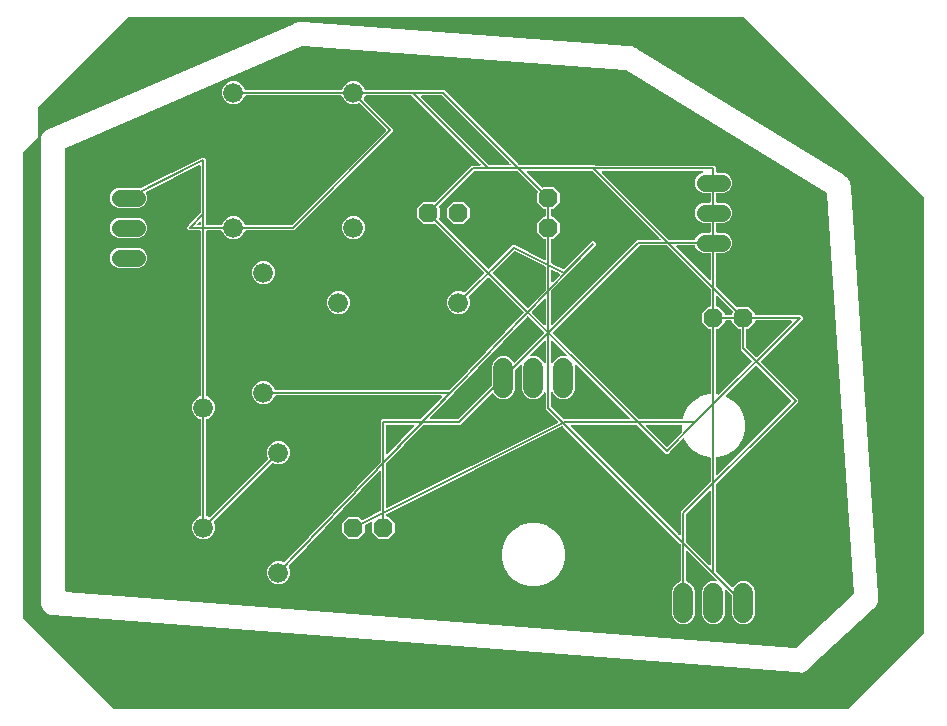
<source format=gbr>
G04 EAGLE Gerber RS-274X export*
G75*
%MOMM*%
%FSLAX34Y34*%
%LPD*%
%INTop Copper*%
%IPPOS*%
%AMOC8*
5,1,8,0,0,1.08239X$1,22.5*%
G01*
%ADD10C,1.422400*%
%ADD11P,1.732040X8X202.500000*%
%ADD12P,1.732040X8X292.500000*%
%ADD13P,1.732040X8X22.500000*%
%ADD14C,1.676400*%
%ADD15C,1.676400*%
%ADD16C,0.152400*%

G36*
X685890Y-26147D02*
X685890Y-26147D01*
X685981Y-26139D01*
X686011Y-26127D01*
X686043Y-26122D01*
X686123Y-26079D01*
X686207Y-26043D01*
X686239Y-26017D01*
X686260Y-26006D01*
X686282Y-25983D01*
X686338Y-25938D01*
X749838Y37562D01*
X749891Y37636D01*
X749951Y37705D01*
X749963Y37735D01*
X749982Y37761D01*
X750009Y37848D01*
X750043Y37933D01*
X750047Y37974D01*
X750054Y37997D01*
X750053Y38029D01*
X750061Y38100D01*
X750061Y406400D01*
X750047Y406490D01*
X750039Y406581D01*
X750027Y406611D01*
X750022Y406643D01*
X749979Y406723D01*
X749943Y406807D01*
X749917Y406839D01*
X749906Y406860D01*
X749883Y406882D01*
X749838Y406938D01*
X597438Y559338D01*
X597364Y559391D01*
X597295Y559451D01*
X597265Y559463D01*
X597239Y559482D01*
X597152Y559509D01*
X597067Y559543D01*
X597026Y559547D01*
X597003Y559554D01*
X596971Y559553D01*
X596900Y559561D01*
X76200Y559561D01*
X76110Y559547D01*
X76019Y559539D01*
X75989Y559527D01*
X75957Y559522D01*
X75877Y559479D01*
X75793Y559443D01*
X75761Y559417D01*
X75740Y559406D01*
X75718Y559383D01*
X75662Y559338D01*
X-538Y483138D01*
X-591Y483064D01*
X-651Y482995D01*
X-663Y482965D01*
X-682Y482939D01*
X-709Y482852D01*
X-743Y482767D01*
X-747Y482726D01*
X-754Y482703D01*
X-753Y482671D01*
X-761Y482600D01*
X-761Y457515D01*
X-13238Y445038D01*
X-13291Y444964D01*
X-13351Y444895D01*
X-13363Y444865D01*
X-13382Y444839D01*
X-13409Y444752D01*
X-13443Y444667D01*
X-13447Y444626D01*
X-13454Y444603D01*
X-13453Y444571D01*
X-13461Y444500D01*
X-13461Y50800D01*
X-13447Y50710D01*
X-13439Y50619D01*
X-13427Y50589D01*
X-13422Y50557D01*
X-13379Y50477D01*
X-13343Y50393D01*
X-13317Y50361D01*
X-13306Y50340D01*
X-13283Y50318D01*
X-13238Y50262D01*
X62962Y-25938D01*
X63036Y-25991D01*
X63105Y-26051D01*
X63135Y-26063D01*
X63161Y-26082D01*
X63248Y-26109D01*
X63333Y-26143D01*
X63374Y-26147D01*
X63397Y-26154D01*
X63429Y-26153D01*
X63500Y-26161D01*
X685800Y-26161D01*
X685890Y-26147D01*
G37*
%LPC*%
G36*
X643902Y4511D02*
X643902Y4511D01*
X643891Y4510D01*
X643873Y4513D01*
X642064Y4583D01*
X642003Y4610D01*
X641954Y4624D01*
X641909Y4647D01*
X641792Y4669D01*
X641766Y4676D01*
X641757Y4675D01*
X641744Y4678D01*
X12337Y53337D01*
X12315Y53335D01*
X12278Y53339D01*
X10679Y53339D01*
X10417Y53448D01*
X10382Y53456D01*
X10349Y53472D01*
X10184Y53503D01*
X9902Y53525D01*
X8475Y54250D01*
X8455Y54256D01*
X8422Y54274D01*
X6944Y54886D01*
X6744Y55087D01*
X6714Y55108D01*
X6691Y55135D01*
X6550Y55227D01*
X6298Y55355D01*
X5257Y56570D01*
X5240Y56584D01*
X5217Y56613D01*
X4086Y57744D01*
X3978Y58006D01*
X3959Y58037D01*
X3947Y58072D01*
X3853Y58210D01*
X3668Y58426D01*
X3172Y59946D01*
X3162Y59965D01*
X3151Y60001D01*
X2539Y61479D01*
X2539Y61762D01*
X2533Y61798D01*
X2536Y61834D01*
X2502Y61999D01*
X2414Y62268D01*
X2537Y63863D01*
X2535Y63885D01*
X2539Y63922D01*
X2539Y455412D01*
X2539Y455416D01*
X2539Y455421D01*
X2516Y457403D01*
X2521Y457416D01*
X2527Y457467D01*
X3288Y459305D01*
X3288Y459308D01*
X3291Y459313D01*
X4028Y461154D01*
X4038Y461164D01*
X4063Y461209D01*
X5470Y462616D01*
X5472Y462619D01*
X5476Y462623D01*
X6860Y464040D01*
X6873Y464046D01*
X6914Y464078D01*
X8752Y464839D01*
X8755Y464841D01*
X8760Y464843D01*
X216162Y553651D01*
X216190Y553669D01*
X216222Y553680D01*
X216360Y553775D01*
X216606Y553987D01*
X218086Y554478D01*
X218107Y554489D01*
X218146Y554501D01*
X219580Y555115D01*
X219904Y555118D01*
X219937Y555124D01*
X219971Y555122D01*
X220135Y555157D01*
X220442Y555259D01*
X221998Y555146D01*
X222021Y555148D01*
X222062Y555144D01*
X223622Y555163D01*
X223923Y555042D01*
X223956Y555035D01*
X223986Y555020D01*
X224151Y554990D01*
X499129Y535000D01*
X499163Y535003D01*
X499196Y534998D01*
X499362Y535019D01*
X499677Y535095D01*
X501218Y534851D01*
X501241Y534851D01*
X501281Y534844D01*
X502837Y534731D01*
X503127Y534585D01*
X503159Y534575D01*
X503188Y534558D01*
X503350Y534514D01*
X503670Y534463D01*
X505000Y533648D01*
X505021Y533639D01*
X505056Y533617D01*
X506450Y532917D01*
X506662Y532672D01*
X506688Y532650D01*
X506707Y532623D01*
X506840Y532521D01*
X681719Y425373D01*
X681720Y425372D01*
X681721Y425372D01*
X681873Y425301D01*
X682625Y425047D01*
X683450Y424325D01*
X683477Y424308D01*
X683554Y424249D01*
X684207Y423848D01*
X684489Y423676D01*
X684955Y423034D01*
X684956Y423033D01*
X684957Y423032D01*
X685070Y422908D01*
X685667Y422386D01*
X686154Y421403D01*
X686172Y421376D01*
X686220Y421293D01*
X686865Y420406D01*
X687050Y419634D01*
X687051Y419633D01*
X687051Y419632D01*
X687108Y419474D01*
X687460Y418763D01*
X687533Y417668D01*
X687541Y417637D01*
X687553Y417542D01*
X687809Y416475D01*
X687685Y415691D01*
X687685Y415690D01*
X687684Y415689D01*
X687677Y415521D01*
X710860Y69076D01*
X710866Y69051D01*
X710865Y69025D01*
X710905Y68863D01*
X711058Y68449D01*
X711003Y67005D01*
X711006Y66977D01*
X711004Y66925D01*
X711100Y65483D01*
X710959Y65065D01*
X710955Y65040D01*
X710944Y65016D01*
X710919Y64851D01*
X710902Y64410D01*
X710298Y63097D01*
X710291Y63070D01*
X710269Y63023D01*
X709806Y61654D01*
X709516Y61321D01*
X709502Y61300D01*
X709484Y61282D01*
X709397Y61138D01*
X709213Y60738D01*
X708152Y59756D01*
X708135Y59734D01*
X708096Y59699D01*
X707145Y58611D01*
X706750Y58415D01*
X706729Y58400D01*
X706705Y58391D01*
X706570Y58291D01*
X652812Y8529D01*
X652781Y8489D01*
X652742Y8455D01*
X652677Y8356D01*
X652661Y8335D01*
X652658Y8326D01*
X652650Y8315D01*
X652620Y8255D01*
X651245Y7078D01*
X651238Y7069D01*
X651223Y7058D01*
X649895Y5828D01*
X649832Y5805D01*
X649788Y5780D01*
X649739Y5764D01*
X649641Y5697D01*
X649618Y5684D01*
X649612Y5677D01*
X649601Y5669D01*
X649550Y5626D01*
X647829Y5064D01*
X647819Y5059D01*
X647801Y5054D01*
X646103Y4427D01*
X646037Y4429D01*
X645986Y4423D01*
X645935Y4426D01*
X645819Y4402D01*
X645793Y4399D01*
X645784Y4395D01*
X645771Y4392D01*
X645707Y4372D01*
X643902Y4511D01*
G37*
%LPD*%
G36*
X640606Y25165D02*
X640606Y25165D01*
X640711Y25169D01*
X640728Y25176D01*
X640745Y25177D01*
X640842Y25219D01*
X640941Y25257D01*
X640958Y25270D01*
X640971Y25275D01*
X640994Y25296D01*
X641076Y25357D01*
X690099Y70736D01*
X690104Y70742D01*
X690110Y70747D01*
X690164Y70819D01*
X690194Y70851D01*
X690203Y70870D01*
X690250Y70930D01*
X690252Y70937D01*
X690257Y70944D01*
X690293Y71054D01*
X690331Y71162D01*
X690331Y71170D01*
X690334Y71178D01*
X690341Y71345D01*
X667696Y409755D01*
X667689Y409787D01*
X667689Y409819D01*
X667661Y409906D01*
X667640Y409995D01*
X667623Y410022D01*
X667613Y410053D01*
X667559Y410127D01*
X667511Y410204D01*
X667486Y410225D01*
X667467Y410251D01*
X667334Y410354D01*
X497041Y514692D01*
X496951Y514729D01*
X496864Y514771D01*
X496832Y514777D01*
X496814Y514785D01*
X496781Y514787D01*
X496699Y514802D01*
X223634Y534652D01*
X223537Y534643D01*
X223440Y534641D01*
X223409Y534632D01*
X223389Y534630D01*
X223359Y534617D01*
X223279Y534593D01*
X23322Y448972D01*
X23228Y448912D01*
X23131Y448854D01*
X23124Y448846D01*
X23115Y448840D01*
X23044Y448753D01*
X22971Y448668D01*
X22967Y448657D01*
X22960Y448649D01*
X22922Y448544D01*
X22879Y448439D01*
X22878Y448426D01*
X22875Y448418D01*
X22874Y448393D01*
X22861Y448273D01*
X22861Y73610D01*
X22879Y73498D01*
X22895Y73386D01*
X22899Y73377D01*
X22900Y73367D01*
X22953Y73268D01*
X23004Y73166D01*
X23011Y73159D01*
X23016Y73150D01*
X23097Y73072D01*
X23178Y72992D01*
X23187Y72987D01*
X23194Y72981D01*
X23297Y72933D01*
X23399Y72882D01*
X23410Y72880D01*
X23417Y72877D01*
X23441Y72874D01*
X23563Y72851D01*
X640500Y25156D01*
X640606Y25165D01*
G37*
%LPC*%
G36*
X544129Y45211D02*
X544129Y45211D01*
X540488Y46719D01*
X537701Y49506D01*
X536193Y53147D01*
X536193Y73853D01*
X537701Y77494D01*
X540488Y80281D01*
X543343Y81463D01*
X543443Y81525D01*
X543543Y81585D01*
X543547Y81589D01*
X543552Y81593D01*
X543627Y81683D01*
X543703Y81772D01*
X543705Y81777D01*
X543709Y81782D01*
X543751Y81891D01*
X543795Y82000D01*
X543796Y82007D01*
X543797Y82012D01*
X543798Y82030D01*
X543813Y82166D01*
X543813Y113037D01*
X543799Y113128D01*
X543791Y113218D01*
X543779Y113248D01*
X543774Y113280D01*
X543731Y113361D01*
X543695Y113445D01*
X543669Y113477D01*
X543658Y113498D01*
X543635Y113520D01*
X543590Y113576D01*
X444436Y212730D01*
X444419Y212742D01*
X444406Y212758D01*
X444320Y212814D01*
X444237Y212873D01*
X444217Y212879D01*
X444199Y212891D01*
X444099Y212915D01*
X444002Y212946D01*
X443981Y212945D01*
X443960Y212950D01*
X443858Y212942D01*
X443756Y212939D01*
X443736Y212932D01*
X443715Y212930D01*
X443558Y212872D01*
X294808Y138497D01*
X294735Y138444D01*
X294657Y138398D01*
X294635Y138373D01*
X294608Y138353D01*
X294556Y138280D01*
X294497Y138211D01*
X294485Y138180D01*
X294465Y138153D01*
X294439Y138067D01*
X294405Y137983D01*
X294401Y137941D01*
X294394Y137918D01*
X294394Y137886D01*
X294387Y137816D01*
X294387Y137287D01*
X294390Y137267D01*
X294388Y137248D01*
X294410Y137146D01*
X294426Y137044D01*
X294436Y137027D01*
X294440Y137007D01*
X294493Y136918D01*
X294542Y136827D01*
X294556Y136813D01*
X294566Y136796D01*
X294645Y136729D01*
X294720Y136657D01*
X294738Y136649D01*
X294753Y136636D01*
X294849Y136597D01*
X294943Y136554D01*
X294963Y136552D01*
X294981Y136544D01*
X295148Y136526D01*
X296046Y136526D01*
X301626Y130946D01*
X301626Y123054D01*
X296046Y117474D01*
X288154Y117474D01*
X282574Y123054D01*
X282574Y131149D01*
X282563Y131221D01*
X282560Y131293D01*
X282543Y131341D01*
X282535Y131392D01*
X282501Y131456D01*
X282475Y131524D01*
X282443Y131564D01*
X282419Y131609D01*
X282367Y131659D01*
X282321Y131716D01*
X282278Y131743D01*
X282241Y131778D01*
X282175Y131809D01*
X282114Y131848D01*
X282064Y131860D01*
X282018Y131882D01*
X281946Y131890D01*
X281875Y131907D01*
X281824Y131903D01*
X281774Y131909D01*
X281702Y131894D01*
X281630Y131888D01*
X281565Y131864D01*
X281533Y131857D01*
X281513Y131844D01*
X281473Y131830D01*
X276647Y129417D01*
X276574Y129364D01*
X276496Y129318D01*
X276474Y129292D01*
X276447Y129273D01*
X276395Y129199D01*
X276336Y129131D01*
X276324Y129100D01*
X276304Y129072D01*
X276278Y128986D01*
X276244Y128902D01*
X276240Y128860D01*
X276233Y128837D01*
X276233Y128805D01*
X276226Y128736D01*
X276226Y123054D01*
X270646Y117474D01*
X262754Y117474D01*
X257174Y123054D01*
X257174Y130946D01*
X262754Y136526D01*
X270646Y136526D01*
X273589Y133583D01*
X273606Y133571D01*
X273619Y133554D01*
X273705Y133499D01*
X273788Y133439D01*
X273808Y133433D01*
X273826Y133422D01*
X273926Y133397D01*
X274023Y133367D01*
X274044Y133367D01*
X274065Y133362D01*
X274167Y133371D01*
X274269Y133373D01*
X274289Y133381D01*
X274310Y133382D01*
X274467Y133440D01*
X289392Y140903D01*
X289465Y140956D01*
X289543Y141002D01*
X289565Y141027D01*
X289592Y141047D01*
X289644Y141120D01*
X289703Y141189D01*
X289715Y141220D01*
X289735Y141247D01*
X289761Y141333D01*
X289795Y141417D01*
X289799Y141459D01*
X289806Y141482D01*
X289806Y141514D01*
X289813Y141584D01*
X289813Y174274D01*
X289800Y174353D01*
X289796Y174433D01*
X289781Y174474D01*
X289774Y174517D01*
X289736Y174587D01*
X289707Y174662D01*
X289679Y174696D01*
X289658Y174734D01*
X289600Y174789D01*
X289549Y174851D01*
X289512Y174873D01*
X289480Y174903D01*
X289407Y174937D01*
X289339Y174979D01*
X289297Y174989D01*
X289257Y175007D01*
X289177Y175016D01*
X289099Y175034D01*
X289056Y175029D01*
X289013Y175034D01*
X288934Y175017D01*
X288855Y175009D01*
X288815Y174991D01*
X288772Y174982D01*
X288703Y174941D01*
X288630Y174908D01*
X288586Y174871D01*
X288561Y174856D01*
X288543Y174834D01*
X288502Y174800D01*
X211981Y94775D01*
X211920Y94686D01*
X211855Y94598D01*
X211851Y94584D01*
X211842Y94572D01*
X211813Y94468D01*
X211779Y94364D01*
X211779Y94349D01*
X211775Y94335D01*
X211780Y94227D01*
X211781Y94118D01*
X211786Y94101D01*
X211787Y94089D01*
X211798Y94062D01*
X211828Y93957D01*
X213107Y90871D01*
X213107Y86929D01*
X211599Y83288D01*
X208812Y80501D01*
X205171Y78993D01*
X201229Y78993D01*
X197588Y80501D01*
X194801Y83288D01*
X193293Y86929D01*
X193293Y90871D01*
X194801Y94512D01*
X197588Y97299D01*
X201229Y98807D01*
X205171Y98807D01*
X207769Y97730D01*
X207772Y97730D01*
X207775Y97728D01*
X207892Y97701D01*
X208008Y97674D01*
X208012Y97675D01*
X208015Y97674D01*
X208135Y97686D01*
X208253Y97697D01*
X208256Y97699D01*
X208260Y97699D01*
X208370Y97749D01*
X208478Y97797D01*
X208481Y97800D01*
X208484Y97801D01*
X208612Y97909D01*
X289604Y183074D01*
X289650Y183142D01*
X289703Y183204D01*
X289719Y183243D01*
X289742Y183277D01*
X289764Y183356D01*
X289795Y183432D01*
X289801Y183487D01*
X289809Y183514D01*
X289807Y183543D01*
X289813Y183599D01*
X289813Y217355D01*
X291153Y218695D01*
X323152Y218695D01*
X323251Y218711D01*
X323352Y218721D01*
X323373Y218731D01*
X323395Y218734D01*
X323484Y218781D01*
X323576Y218823D01*
X323597Y218842D01*
X323612Y218850D01*
X323635Y218873D01*
X323704Y218931D01*
X341579Y237727D01*
X341614Y237779D01*
X341657Y237824D01*
X341683Y237880D01*
X341717Y237931D01*
X341734Y237991D01*
X341760Y238047D01*
X341767Y238108D01*
X341784Y238168D01*
X341781Y238230D01*
X341788Y238291D01*
X341774Y238352D01*
X341771Y238413D01*
X341748Y238471D01*
X341735Y238532D01*
X341704Y238585D01*
X341681Y238642D01*
X341641Y238690D01*
X341609Y238743D01*
X341562Y238783D01*
X341523Y238830D01*
X341469Y238862D01*
X341422Y238903D01*
X341365Y238926D01*
X341312Y238958D01*
X341252Y238972D01*
X341194Y238995D01*
X341104Y239005D01*
X341072Y239012D01*
X341055Y239010D01*
X341027Y239013D01*
X200784Y239013D01*
X200670Y238994D01*
X200553Y238977D01*
X200548Y238975D01*
X200542Y238974D01*
X200439Y238919D01*
X200334Y238866D01*
X200330Y238861D01*
X200324Y238858D01*
X200244Y238774D01*
X200162Y238690D01*
X200158Y238684D01*
X200155Y238680D01*
X200147Y238663D01*
X200081Y238543D01*
X198899Y235688D01*
X196112Y232901D01*
X192471Y231393D01*
X188529Y231393D01*
X184888Y232901D01*
X182101Y235688D01*
X180593Y239329D01*
X180593Y243271D01*
X182101Y246912D01*
X184888Y249699D01*
X188529Y251207D01*
X192471Y251207D01*
X196112Y249699D01*
X198899Y246912D01*
X200081Y244057D01*
X200143Y243957D01*
X200203Y243857D01*
X200207Y243853D01*
X200211Y243848D01*
X200301Y243773D01*
X200390Y243697D01*
X200395Y243695D01*
X200400Y243691D01*
X200509Y243649D01*
X200618Y243605D01*
X200625Y243604D01*
X200630Y243603D01*
X200648Y243602D01*
X200784Y243587D01*
X347623Y243587D01*
X347721Y243603D01*
X347820Y243613D01*
X347842Y243623D01*
X347866Y243626D01*
X347953Y243673D01*
X348045Y243714D01*
X348067Y243733D01*
X348083Y243742D01*
X348106Y243765D01*
X348173Y243822D01*
X410554Y309060D01*
X410560Y309069D01*
X410569Y309076D01*
X410598Y309121D01*
X410599Y309122D01*
X410600Y309124D01*
X410630Y309171D01*
X410693Y309263D01*
X410696Y309273D01*
X410702Y309283D01*
X410730Y309392D01*
X410760Y309499D01*
X410759Y309511D01*
X410762Y309522D01*
X410754Y309633D01*
X410748Y309745D01*
X410744Y309756D01*
X410743Y309767D01*
X410700Y309869D01*
X410659Y309974D01*
X410651Y309983D01*
X410647Y309993D01*
X410542Y310124D01*
X381538Y339128D01*
X381522Y339139D01*
X381510Y339155D01*
X381422Y339211D01*
X381339Y339271D01*
X381320Y339277D01*
X381303Y339288D01*
X381202Y339313D01*
X381103Y339344D01*
X381084Y339343D01*
X381064Y339348D01*
X380961Y339340D01*
X380858Y339337D01*
X380839Y339330D01*
X380819Y339329D01*
X380724Y339288D01*
X380627Y339253D01*
X380611Y339240D01*
X380593Y339233D01*
X380462Y339128D01*
X364489Y323155D01*
X364422Y323061D01*
X364351Y322967D01*
X364349Y322961D01*
X364346Y322955D01*
X364311Y322844D01*
X364275Y322733D01*
X364275Y322726D01*
X364273Y322720D01*
X364276Y322604D01*
X364277Y322487D01*
X364279Y322480D01*
X364280Y322475D01*
X364286Y322457D01*
X364324Y322326D01*
X365507Y319471D01*
X365507Y315529D01*
X363999Y311888D01*
X361212Y309101D01*
X357571Y307593D01*
X353629Y307593D01*
X349988Y309101D01*
X347201Y311888D01*
X345693Y315529D01*
X345693Y319471D01*
X347201Y323112D01*
X349988Y325899D01*
X353629Y327407D01*
X357571Y327407D01*
X360426Y326224D01*
X360539Y326197D01*
X360653Y326169D01*
X360659Y326169D01*
X360665Y326168D01*
X360782Y326179D01*
X360898Y326188D01*
X360904Y326190D01*
X360910Y326191D01*
X361018Y326239D01*
X361124Y326284D01*
X361130Y326289D01*
X361135Y326291D01*
X361148Y326304D01*
X361255Y326389D01*
X377228Y342362D01*
X377239Y342378D01*
X377255Y342390D01*
X377311Y342478D01*
X377371Y342561D01*
X377377Y342580D01*
X377388Y342597D01*
X377413Y342698D01*
X377444Y342797D01*
X377443Y342816D01*
X377448Y342836D01*
X377440Y342939D01*
X377437Y343042D01*
X377430Y343061D01*
X377429Y343081D01*
X377389Y343176D01*
X377353Y343273D01*
X377340Y343289D01*
X377333Y343307D01*
X377228Y343438D01*
X335857Y384809D01*
X335841Y384821D01*
X335828Y384836D01*
X335741Y384892D01*
X335657Y384953D01*
X335638Y384958D01*
X335622Y384969D01*
X335521Y384995D01*
X335422Y385025D01*
X335402Y385024D01*
X335383Y385029D01*
X335280Y385021D01*
X335176Y385019D01*
X335158Y385012D01*
X335138Y385010D01*
X335043Y384970D01*
X334945Y384934D01*
X334930Y384922D01*
X334911Y384914D01*
X334780Y384809D01*
X334146Y384174D01*
X326254Y384174D01*
X320674Y389754D01*
X320674Y397646D01*
X326254Y403226D01*
X334146Y403226D01*
X334780Y402591D01*
X334797Y402579D01*
X334809Y402564D01*
X334896Y402508D01*
X334980Y402447D01*
X334999Y402442D01*
X335016Y402431D01*
X335117Y402405D01*
X335215Y402375D01*
X335235Y402376D01*
X335255Y402371D01*
X335358Y402379D01*
X335461Y402381D01*
X335480Y402388D01*
X335500Y402390D01*
X335595Y402430D01*
X335692Y402466D01*
X335708Y402478D01*
X335726Y402486D01*
X335857Y402591D01*
X366845Y433579D01*
X373642Y433579D01*
X373712Y433590D01*
X373784Y433592D01*
X373833Y433610D01*
X373884Y433618D01*
X373948Y433652D01*
X374015Y433677D01*
X374056Y433709D01*
X374102Y433734D01*
X374151Y433786D01*
X374207Y433830D01*
X374235Y433874D01*
X374271Y433912D01*
X374301Y433977D01*
X374340Y434037D01*
X374353Y434088D01*
X374375Y434135D01*
X374383Y434206D01*
X374400Y434276D01*
X374396Y434328D01*
X374402Y434379D01*
X374387Y434450D01*
X374381Y434521D01*
X374361Y434569D01*
X374350Y434620D01*
X374313Y434681D01*
X374285Y434747D01*
X374240Y434803D01*
X374223Y434831D01*
X374206Y434846D01*
X374180Y434878D01*
X316268Y492790D01*
X316194Y492843D01*
X316124Y492903D01*
X316094Y492915D01*
X316068Y492934D01*
X315981Y492961D01*
X315896Y492995D01*
X315855Y492999D01*
X315833Y493006D01*
X315801Y493005D01*
X315729Y493013D01*
X276984Y493013D01*
X276870Y492994D01*
X276753Y492977D01*
X276748Y492975D01*
X276742Y492974D01*
X276639Y492919D01*
X276534Y492866D01*
X276530Y492861D01*
X276524Y492858D01*
X276444Y492774D01*
X276362Y492690D01*
X276358Y492684D01*
X276355Y492680D01*
X276347Y492663D01*
X276281Y492543D01*
X275275Y490115D01*
X275249Y490002D01*
X275220Y489888D01*
X275221Y489882D01*
X275219Y489876D01*
X275230Y489759D01*
X275239Y489643D01*
X275242Y489637D01*
X275242Y489631D01*
X275290Y489523D01*
X275336Y489417D01*
X275340Y489411D01*
X275342Y489406D01*
X275355Y489392D01*
X275440Y489286D01*
X300229Y464497D01*
X300229Y462603D01*
X298666Y461040D01*
X216339Y378713D01*
X175384Y378713D01*
X175270Y378694D01*
X175153Y378677D01*
X175148Y378675D01*
X175142Y378674D01*
X175039Y378619D01*
X174934Y378566D01*
X174930Y378561D01*
X174924Y378558D01*
X174844Y378474D01*
X174762Y378390D01*
X174758Y378384D01*
X174755Y378380D01*
X174747Y378363D01*
X174681Y378243D01*
X173499Y375388D01*
X170712Y372601D01*
X167071Y371093D01*
X163129Y371093D01*
X159488Y372601D01*
X156701Y375388D01*
X155519Y378243D01*
X155458Y378342D01*
X155397Y378443D01*
X155393Y378447D01*
X155389Y378452D01*
X155299Y378527D01*
X155210Y378603D01*
X155205Y378605D01*
X155200Y378609D01*
X155091Y378651D01*
X154982Y378695D01*
X154975Y378696D01*
X154970Y378697D01*
X154952Y378698D01*
X154816Y378713D01*
X142748Y378713D01*
X142728Y378710D01*
X142709Y378712D01*
X142607Y378690D01*
X142505Y378674D01*
X142488Y378664D01*
X142468Y378660D01*
X142379Y378607D01*
X142288Y378558D01*
X142274Y378544D01*
X142257Y378534D01*
X142190Y378455D01*
X142118Y378380D01*
X142110Y378362D01*
X142097Y378347D01*
X142058Y378251D01*
X142015Y378157D01*
X142013Y378137D01*
X142005Y378119D01*
X141987Y377952D01*
X141987Y238884D01*
X142006Y238770D01*
X142023Y238653D01*
X142025Y238648D01*
X142026Y238642D01*
X142081Y238539D01*
X142134Y238434D01*
X142139Y238430D01*
X142142Y238424D01*
X142226Y238344D01*
X142310Y238262D01*
X142316Y238258D01*
X142320Y238255D01*
X142337Y238247D01*
X142457Y238181D01*
X145312Y236999D01*
X148099Y234212D01*
X149607Y230571D01*
X149607Y226629D01*
X148099Y222988D01*
X145312Y220201D01*
X142457Y219019D01*
X142357Y218957D01*
X142257Y218897D01*
X142253Y218893D01*
X142248Y218889D01*
X142173Y218799D01*
X142097Y218710D01*
X142095Y218705D01*
X142091Y218700D01*
X142049Y218591D01*
X142005Y218482D01*
X142004Y218475D01*
X142003Y218470D01*
X142002Y218452D01*
X141987Y218316D01*
X141987Y137284D01*
X142006Y137170D01*
X142023Y137053D01*
X142025Y137048D01*
X142026Y137042D01*
X142081Y136939D01*
X142134Y136834D01*
X142139Y136830D01*
X142142Y136824D01*
X142226Y136744D01*
X142310Y136662D01*
X142316Y136658D01*
X142320Y136655D01*
X142337Y136647D01*
X142457Y136581D01*
X144526Y135724D01*
X144639Y135697D01*
X144753Y135669D01*
X144759Y135669D01*
X144765Y135668D01*
X144882Y135679D01*
X144998Y135688D01*
X145004Y135690D01*
X145010Y135691D01*
X145118Y135739D01*
X145224Y135784D01*
X145230Y135789D01*
X145235Y135791D01*
X145248Y135804D01*
X145355Y135889D01*
X194311Y184845D01*
X194378Y184939D01*
X194449Y185033D01*
X194451Y185039D01*
X194454Y185045D01*
X194489Y185155D01*
X194525Y185267D01*
X194525Y185274D01*
X194527Y185280D01*
X194524Y185396D01*
X194523Y185513D01*
X194521Y185520D01*
X194520Y185525D01*
X194514Y185543D01*
X194476Y185674D01*
X193293Y188529D01*
X193293Y192471D01*
X194801Y196112D01*
X197588Y198899D01*
X201229Y200407D01*
X205171Y200407D01*
X208812Y198899D01*
X211599Y196112D01*
X213107Y192471D01*
X213107Y188529D01*
X211599Y184888D01*
X208812Y182101D01*
X205171Y180593D01*
X201229Y180593D01*
X198374Y181776D01*
X198261Y181803D01*
X198147Y181831D01*
X198141Y181831D01*
X198135Y181832D01*
X198018Y181821D01*
X197902Y181812D01*
X197896Y181810D01*
X197890Y181809D01*
X197782Y181761D01*
X197676Y181716D01*
X197670Y181711D01*
X197665Y181709D01*
X197652Y181696D01*
X197545Y181611D01*
X148589Y132655D01*
X148522Y132561D01*
X148451Y132467D01*
X148449Y132461D01*
X148446Y132455D01*
X148411Y132344D01*
X148375Y132233D01*
X148375Y132226D01*
X148373Y132220D01*
X148376Y132104D01*
X148377Y131987D01*
X148379Y131980D01*
X148380Y131975D01*
X148386Y131957D01*
X148424Y131826D01*
X149607Y128971D01*
X149607Y125029D01*
X148099Y121388D01*
X145312Y118601D01*
X141671Y117093D01*
X137729Y117093D01*
X134088Y118601D01*
X131301Y121388D01*
X129793Y125029D01*
X129793Y128971D01*
X131301Y132612D01*
X134088Y135399D01*
X136943Y136581D01*
X137043Y136643D01*
X137143Y136703D01*
X137147Y136707D01*
X137152Y136711D01*
X137227Y136801D01*
X137303Y136890D01*
X137305Y136895D01*
X137309Y136900D01*
X137351Y137009D01*
X137395Y137118D01*
X137396Y137125D01*
X137397Y137130D01*
X137398Y137148D01*
X137413Y137284D01*
X137413Y218316D01*
X137394Y218430D01*
X137377Y218547D01*
X137375Y218552D01*
X137374Y218558D01*
X137319Y218661D01*
X137266Y218766D01*
X137261Y218770D01*
X137258Y218776D01*
X137174Y218856D01*
X137090Y218938D01*
X137084Y218942D01*
X137080Y218945D01*
X137063Y218953D01*
X136943Y219019D01*
X134088Y220201D01*
X131301Y222988D01*
X129793Y226629D01*
X129793Y230571D01*
X131301Y234212D01*
X134088Y236999D01*
X136943Y238181D01*
X137043Y238243D01*
X137143Y238303D01*
X137147Y238307D01*
X137152Y238311D01*
X137227Y238401D01*
X137303Y238490D01*
X137305Y238495D01*
X137309Y238500D01*
X137351Y238609D01*
X137395Y238718D01*
X137396Y238725D01*
X137397Y238730D01*
X137398Y238748D01*
X137413Y238884D01*
X137413Y377952D01*
X137410Y377972D01*
X137412Y377991D01*
X137390Y378093D01*
X137374Y378195D01*
X137364Y378212D01*
X137360Y378232D01*
X137307Y378321D01*
X137258Y378412D01*
X137244Y378426D01*
X137234Y378443D01*
X137155Y378510D01*
X137080Y378582D01*
X137062Y378590D01*
X137047Y378603D01*
X136951Y378642D01*
X136857Y378685D01*
X136837Y378687D01*
X136819Y378695D01*
X136652Y378713D01*
X127069Y378713D01*
X125729Y380053D01*
X125729Y381947D01*
X127292Y383510D01*
X137190Y393408D01*
X137243Y393482D01*
X137303Y393552D01*
X137315Y393582D01*
X137334Y393608D01*
X137361Y393695D01*
X137395Y393780D01*
X137399Y393821D01*
X137406Y393843D01*
X137405Y393875D01*
X137413Y393946D01*
X137413Y433218D01*
X137402Y433290D01*
X137399Y433363D01*
X137382Y433411D01*
X137374Y433461D01*
X137340Y433525D01*
X137314Y433594D01*
X137282Y433633D01*
X137258Y433678D01*
X137206Y433728D01*
X137160Y433785D01*
X137117Y433813D01*
X137080Y433848D01*
X137014Y433878D01*
X136953Y433918D01*
X136903Y433930D01*
X136857Y433951D01*
X136785Y433959D01*
X136714Y433977D01*
X136663Y433973D01*
X136613Y433978D01*
X136541Y433963D01*
X136469Y433957D01*
X136404Y433933D01*
X136372Y433926D01*
X136352Y433914D01*
X136312Y433899D01*
X91348Y411417D01*
X91254Y411350D01*
X91159Y411283D01*
X91154Y411277D01*
X91148Y411273D01*
X91081Y411179D01*
X91012Y411086D01*
X91010Y411079D01*
X91005Y411073D01*
X90972Y410962D01*
X90936Y410852D01*
X90936Y410845D01*
X90934Y410838D01*
X90937Y410722D01*
X90938Y410606D01*
X90941Y410598D01*
X90941Y410592D01*
X90948Y410573D01*
X90985Y410445D01*
X91949Y408118D01*
X91949Y404682D01*
X90634Y401508D01*
X88204Y399078D01*
X85030Y397763D01*
X67370Y397763D01*
X64196Y399078D01*
X61766Y401508D01*
X60451Y404682D01*
X60451Y408118D01*
X61766Y411292D01*
X64196Y413722D01*
X67370Y415037D01*
X85030Y415037D01*
X86530Y414415D01*
X86644Y414389D01*
X86760Y414360D01*
X86765Y414360D01*
X86770Y414359D01*
X86887Y414370D01*
X87005Y414380D01*
X87011Y414382D01*
X87015Y414382D01*
X87030Y414389D01*
X87162Y414438D01*
X138235Y439974D01*
X138266Y439997D01*
X138302Y440012D01*
X138433Y440117D01*
X138753Y440437D01*
X138980Y440437D01*
X139071Y440452D01*
X139163Y440459D01*
X139201Y440473D01*
X139223Y440476D01*
X139252Y440492D01*
X139321Y440517D01*
X139525Y440619D01*
X139954Y440476D01*
X139992Y440470D01*
X140028Y440455D01*
X140195Y440437D01*
X140647Y440437D01*
X140808Y440276D01*
X140883Y440222D01*
X140953Y440162D01*
X140989Y440145D01*
X141008Y440132D01*
X141039Y440123D01*
X141106Y440092D01*
X141322Y440020D01*
X141524Y439615D01*
X141547Y439584D01*
X141562Y439548D01*
X141667Y439417D01*
X141987Y439097D01*
X141987Y438870D01*
X142002Y438779D01*
X142009Y438686D01*
X142023Y438649D01*
X142026Y438627D01*
X142042Y438598D01*
X142067Y438529D01*
X142169Y438325D01*
X142026Y437896D01*
X142020Y437858D01*
X142005Y437822D01*
X141987Y437655D01*
X141987Y384048D01*
X141990Y384028D01*
X141988Y384009D01*
X142010Y383907D01*
X142026Y383805D01*
X142036Y383788D01*
X142040Y383768D01*
X142093Y383679D01*
X142142Y383588D01*
X142156Y383574D01*
X142166Y383557D01*
X142245Y383490D01*
X142320Y383418D01*
X142338Y383410D01*
X142353Y383397D01*
X142449Y383358D01*
X142543Y383315D01*
X142563Y383313D01*
X142581Y383305D01*
X142748Y383287D01*
X154816Y383287D01*
X154930Y383306D01*
X155047Y383323D01*
X155052Y383325D01*
X155058Y383326D01*
X155161Y383381D01*
X155266Y383434D01*
X155270Y383439D01*
X155276Y383442D01*
X155356Y383526D01*
X155438Y383610D01*
X155442Y383616D01*
X155445Y383620D01*
X155453Y383637D01*
X155519Y383757D01*
X156701Y386612D01*
X159488Y389399D01*
X163129Y390907D01*
X167071Y390907D01*
X170712Y389399D01*
X173499Y386612D01*
X174681Y383757D01*
X174743Y383657D01*
X174803Y383557D01*
X174807Y383553D01*
X174811Y383548D01*
X174901Y383473D01*
X174990Y383397D01*
X174995Y383395D01*
X175000Y383391D01*
X175109Y383349D01*
X175218Y383305D01*
X175225Y383304D01*
X175230Y383303D01*
X175248Y383302D01*
X175384Y383287D01*
X214129Y383287D01*
X214220Y383301D01*
X214310Y383309D01*
X214340Y383321D01*
X214372Y383326D01*
X214453Y383369D01*
X214537Y383405D01*
X214569Y383431D01*
X214590Y383442D01*
X214612Y383465D01*
X214668Y383510D01*
X294170Y463012D01*
X294181Y463028D01*
X294197Y463040D01*
X294253Y463128D01*
X294313Y463211D01*
X294319Y463230D01*
X294330Y463247D01*
X294355Y463348D01*
X294386Y463447D01*
X294385Y463466D01*
X294390Y463486D01*
X294382Y463589D01*
X294379Y463692D01*
X294372Y463711D01*
X294371Y463731D01*
X294331Y463826D01*
X294295Y463923D01*
X294282Y463939D01*
X294275Y463957D01*
X294170Y464088D01*
X271996Y486262D01*
X271901Y486330D01*
X271807Y486400D01*
X271801Y486402D01*
X271796Y486406D01*
X271685Y486440D01*
X271573Y486476D01*
X271567Y486476D01*
X271561Y486478D01*
X271444Y486475D01*
X271328Y486474D01*
X271320Y486472D01*
X271315Y486472D01*
X271298Y486465D01*
X271166Y486427D01*
X268671Y485393D01*
X264729Y485393D01*
X261088Y486901D01*
X258301Y489688D01*
X257119Y492543D01*
X257057Y492643D01*
X256997Y492743D01*
X256993Y492747D01*
X256989Y492752D01*
X256899Y492827D01*
X256810Y492903D01*
X256805Y492905D01*
X256800Y492909D01*
X256691Y492951D01*
X256582Y492995D01*
X256575Y492996D01*
X256570Y492997D01*
X256552Y492998D01*
X256416Y493013D01*
X175384Y493013D01*
X175270Y492994D01*
X175153Y492977D01*
X175148Y492975D01*
X175142Y492974D01*
X175039Y492919D01*
X174934Y492866D01*
X174930Y492861D01*
X174924Y492858D01*
X174844Y492774D01*
X174762Y492690D01*
X174758Y492684D01*
X174755Y492680D01*
X174747Y492663D01*
X174681Y492543D01*
X173499Y489688D01*
X170712Y486901D01*
X167071Y485393D01*
X163129Y485393D01*
X159488Y486901D01*
X156701Y489688D01*
X155193Y493329D01*
X155193Y497271D01*
X156701Y500912D01*
X159488Y503699D01*
X163129Y505207D01*
X167071Y505207D01*
X170712Y503699D01*
X173499Y500912D01*
X174681Y498057D01*
X174743Y497957D01*
X174803Y497857D01*
X174807Y497853D01*
X174811Y497848D01*
X174901Y497773D01*
X174990Y497697D01*
X174995Y497695D01*
X175000Y497691D01*
X175109Y497649D01*
X175218Y497605D01*
X175225Y497604D01*
X175230Y497603D01*
X175248Y497602D01*
X175384Y497587D01*
X256416Y497587D01*
X256530Y497606D01*
X256647Y497623D01*
X256652Y497625D01*
X256658Y497626D01*
X256761Y497681D01*
X256866Y497734D01*
X256870Y497739D01*
X256876Y497742D01*
X256956Y497826D01*
X257038Y497910D01*
X257042Y497916D01*
X257045Y497920D01*
X257053Y497937D01*
X257119Y498057D01*
X258301Y500912D01*
X261088Y503699D01*
X264729Y505207D01*
X268671Y505207D01*
X272312Y503699D01*
X275099Y500912D01*
X276281Y498057D01*
X276343Y497957D01*
X276403Y497857D01*
X276407Y497853D01*
X276411Y497848D01*
X276501Y497773D01*
X276590Y497697D01*
X276595Y497695D01*
X276600Y497691D01*
X276709Y497649D01*
X276818Y497605D01*
X276825Y497604D01*
X276830Y497603D01*
X276848Y497602D01*
X276984Y497587D01*
X343847Y497587D01*
X407124Y434310D01*
X407198Y434257D01*
X407268Y434197D01*
X407298Y434185D01*
X407324Y434166D01*
X407411Y434139D01*
X407496Y434105D01*
X407537Y434101D01*
X407559Y434094D01*
X407591Y434095D01*
X407663Y434087D01*
X470847Y434087D01*
X471132Y433802D01*
X471206Y433749D01*
X471276Y433689D01*
X471306Y433677D01*
X471332Y433658D01*
X471419Y433631D01*
X471504Y433597D01*
X471545Y433593D01*
X471567Y433586D01*
X471599Y433587D01*
X471671Y433579D01*
X572447Y433579D01*
X573787Y432239D01*
X573787Y428498D01*
X573790Y428478D01*
X573788Y428459D01*
X573810Y428357D01*
X573826Y428255D01*
X573836Y428238D01*
X573840Y428218D01*
X573893Y428129D01*
X573942Y428038D01*
X573956Y428024D01*
X573966Y428007D01*
X574045Y427940D01*
X574120Y427868D01*
X574138Y427860D01*
X574153Y427847D01*
X574249Y427808D01*
X574343Y427765D01*
X574363Y427763D01*
X574381Y427755D01*
X574548Y427737D01*
X580330Y427737D01*
X583504Y426422D01*
X585934Y423992D01*
X587249Y420818D01*
X587249Y417382D01*
X585934Y414208D01*
X583504Y411778D01*
X580330Y410463D01*
X574548Y410463D01*
X574528Y410460D01*
X574509Y410462D01*
X574407Y410440D01*
X574305Y410424D01*
X574288Y410414D01*
X574268Y410410D01*
X574179Y410357D01*
X574088Y410308D01*
X574074Y410294D01*
X574057Y410284D01*
X573990Y410205D01*
X573918Y410130D01*
X573910Y410112D01*
X573897Y410097D01*
X573858Y410001D01*
X573815Y409907D01*
X573813Y409887D01*
X573805Y409869D01*
X573787Y409702D01*
X573787Y403098D01*
X573790Y403078D01*
X573788Y403059D01*
X573810Y402957D01*
X573826Y402855D01*
X573836Y402838D01*
X573840Y402818D01*
X573893Y402729D01*
X573942Y402638D01*
X573956Y402624D01*
X573966Y402607D01*
X574045Y402540D01*
X574120Y402468D01*
X574138Y402460D01*
X574153Y402447D01*
X574249Y402408D01*
X574343Y402365D01*
X574363Y402363D01*
X574381Y402355D01*
X574548Y402337D01*
X580330Y402337D01*
X583504Y401022D01*
X585934Y398592D01*
X587249Y395418D01*
X587249Y391982D01*
X585934Y388808D01*
X583504Y386378D01*
X580330Y385063D01*
X574548Y385063D01*
X574528Y385060D01*
X574509Y385062D01*
X574407Y385040D01*
X574305Y385024D01*
X574288Y385014D01*
X574268Y385010D01*
X574179Y384957D01*
X574088Y384908D01*
X574074Y384894D01*
X574057Y384884D01*
X573990Y384805D01*
X573918Y384730D01*
X573910Y384712D01*
X573897Y384697D01*
X573858Y384601D01*
X573815Y384507D01*
X573813Y384487D01*
X573805Y384469D01*
X573787Y384302D01*
X573787Y377698D01*
X573790Y377678D01*
X573788Y377659D01*
X573810Y377557D01*
X573826Y377455D01*
X573836Y377438D01*
X573840Y377418D01*
X573893Y377329D01*
X573942Y377238D01*
X573956Y377224D01*
X573966Y377207D01*
X574045Y377140D01*
X574120Y377068D01*
X574138Y377060D01*
X574153Y377047D01*
X574249Y377008D01*
X574343Y376965D01*
X574363Y376963D01*
X574381Y376955D01*
X574548Y376937D01*
X580330Y376937D01*
X583504Y375622D01*
X585934Y373192D01*
X587249Y370018D01*
X587249Y366582D01*
X585934Y363408D01*
X583504Y360978D01*
X580330Y359663D01*
X574548Y359663D01*
X574528Y359660D01*
X574509Y359662D01*
X574407Y359640D01*
X574305Y359624D01*
X574288Y359614D01*
X574268Y359610D01*
X574179Y359557D01*
X574088Y359508D01*
X574074Y359494D01*
X574057Y359484D01*
X573990Y359405D01*
X573918Y359330D01*
X573910Y359312D01*
X573897Y359297D01*
X573858Y359201D01*
X573815Y359107D01*
X573813Y359087D01*
X573805Y359069D01*
X573787Y358902D01*
X573787Y331462D01*
X573801Y331372D01*
X573809Y331281D01*
X573821Y331252D01*
X573826Y331220D01*
X573869Y331139D01*
X573905Y331055D01*
X573931Y331023D01*
X573942Y331002D01*
X573965Y330980D01*
X574010Y330924D01*
X591243Y313691D01*
X591259Y313679D01*
X591272Y313664D01*
X591359Y313608D01*
X591443Y313547D01*
X591462Y313542D01*
X591479Y313531D01*
X591579Y313505D01*
X591678Y313475D01*
X591698Y313476D01*
X591717Y313471D01*
X591820Y313479D01*
X591924Y313481D01*
X591942Y313488D01*
X591962Y313490D01*
X592057Y313530D01*
X592155Y313566D01*
X592170Y313578D01*
X592189Y313586D01*
X592320Y313691D01*
X592954Y314326D01*
X600846Y314326D01*
X606426Y308746D01*
X606426Y307848D01*
X606429Y307828D01*
X606427Y307809D01*
X606449Y307707D01*
X606465Y307605D01*
X606475Y307588D01*
X606479Y307568D01*
X606532Y307479D01*
X606581Y307388D01*
X606595Y307374D01*
X606605Y307357D01*
X606684Y307290D01*
X606759Y307218D01*
X606777Y307210D01*
X606792Y307197D01*
X606888Y307158D01*
X606982Y307115D01*
X607002Y307113D01*
X607020Y307105D01*
X607187Y307087D01*
X645599Y307087D01*
X646939Y305747D01*
X646939Y303853D01*
X645376Y302290D01*
X611594Y268508D01*
X611583Y268492D01*
X611567Y268480D01*
X611511Y268392D01*
X611451Y268309D01*
X611445Y268290D01*
X611434Y268273D01*
X611409Y268172D01*
X611378Y268073D01*
X611379Y268054D01*
X611374Y268034D01*
X611382Y267931D01*
X611385Y267828D01*
X611392Y267809D01*
X611393Y267789D01*
X611433Y267694D01*
X611469Y267597D01*
X611482Y267581D01*
X611489Y267563D01*
X611594Y267432D01*
X643383Y235643D01*
X643383Y233749D01*
X641820Y232186D01*
X574010Y164376D01*
X573957Y164302D01*
X573897Y164232D01*
X573885Y164202D01*
X573866Y164176D01*
X573839Y164089D01*
X573805Y164004D01*
X573801Y163963D01*
X573794Y163941D01*
X573795Y163909D01*
X573787Y163838D01*
X573787Y90163D01*
X573801Y90072D01*
X573809Y89982D01*
X573821Y89952D01*
X573826Y89920D01*
X573869Y89839D01*
X573905Y89755D01*
X573931Y89723D01*
X573942Y89702D01*
X573965Y89680D01*
X574010Y89624D01*
X587004Y76630D01*
X587041Y76603D01*
X587073Y76569D01*
X587141Y76531D01*
X587204Y76486D01*
X587248Y76473D01*
X587288Y76450D01*
X587365Y76437D01*
X587439Y76414D01*
X587485Y76415D01*
X587530Y76407D01*
X587607Y76418D01*
X587685Y76420D01*
X587728Y76436D01*
X587773Y76443D01*
X587843Y76478D01*
X587916Y76505D01*
X587952Y76533D01*
X587993Y76554D01*
X588047Y76610D01*
X588108Y76658D01*
X588133Y76697D01*
X588165Y76730D01*
X588231Y76849D01*
X588241Y76865D01*
X588242Y76870D01*
X588246Y76877D01*
X588501Y77494D01*
X591288Y80281D01*
X594929Y81789D01*
X598871Y81789D01*
X602512Y80281D01*
X605299Y77494D01*
X606807Y73853D01*
X606807Y53147D01*
X605299Y49506D01*
X602512Y46719D01*
X598871Y45211D01*
X594929Y45211D01*
X591288Y46719D01*
X588501Y49506D01*
X586993Y53147D01*
X586993Y69857D01*
X586979Y69948D01*
X586971Y70038D01*
X586959Y70068D01*
X586954Y70100D01*
X586911Y70181D01*
X586875Y70265D01*
X586849Y70297D01*
X586838Y70318D01*
X586815Y70340D01*
X586770Y70396D01*
X582706Y74460D01*
X582648Y74502D01*
X582596Y74551D01*
X582549Y74573D01*
X582507Y74603D01*
X582438Y74624D01*
X582373Y74655D01*
X582321Y74660D01*
X582271Y74676D01*
X582200Y74674D01*
X582129Y74682D01*
X582078Y74671D01*
X582026Y74669D01*
X581958Y74645D01*
X581888Y74630D01*
X581843Y74603D01*
X581795Y74585D01*
X581739Y74540D01*
X581677Y74503D01*
X581643Y74464D01*
X581603Y74431D01*
X581564Y74371D01*
X581517Y74316D01*
X581498Y74268D01*
X581470Y74224D01*
X581452Y74155D01*
X581425Y74088D01*
X581417Y74017D01*
X581409Y73986D01*
X581411Y73962D01*
X581407Y73922D01*
X581407Y53147D01*
X579899Y49506D01*
X577112Y46719D01*
X573471Y45211D01*
X569529Y45211D01*
X565888Y46719D01*
X563101Y49506D01*
X561593Y53147D01*
X561593Y73853D01*
X563101Y77494D01*
X565888Y80281D01*
X569529Y81789D01*
X573540Y81789D01*
X573610Y81800D01*
X573682Y81802D01*
X573731Y81820D01*
X573782Y81828D01*
X573846Y81862D01*
X573913Y81887D01*
X573954Y81919D01*
X574000Y81944D01*
X574049Y81995D01*
X574105Y82040D01*
X574133Y82084D01*
X574169Y82122D01*
X574199Y82187D01*
X574238Y82247D01*
X574251Y82298D01*
X574273Y82345D01*
X574281Y82416D01*
X574298Y82486D01*
X574294Y82538D01*
X574300Y82589D01*
X574285Y82660D01*
X574279Y82731D01*
X574259Y82779D01*
X574248Y82830D01*
X574211Y82891D01*
X574183Y82957D01*
X574138Y83013D01*
X574121Y83041D01*
X574104Y83056D01*
X574078Y83088D01*
X549686Y107480D01*
X549628Y107522D01*
X549576Y107571D01*
X549529Y107593D01*
X549487Y107623D01*
X549418Y107644D01*
X549353Y107675D01*
X549301Y107680D01*
X549251Y107696D01*
X549180Y107694D01*
X549109Y107702D01*
X549058Y107691D01*
X549006Y107689D01*
X548938Y107665D01*
X548868Y107650D01*
X548824Y107623D01*
X548775Y107605D01*
X548719Y107560D01*
X548657Y107523D01*
X548623Y107484D01*
X548583Y107451D01*
X548544Y107391D01*
X548497Y107336D01*
X548478Y107288D01*
X548450Y107244D01*
X548432Y107175D01*
X548405Y107108D01*
X548397Y107037D01*
X548389Y107006D01*
X548391Y106982D01*
X548387Y106942D01*
X548387Y82166D01*
X548406Y82052D01*
X548423Y81935D01*
X548425Y81930D01*
X548426Y81924D01*
X548481Y81821D01*
X548534Y81716D01*
X548539Y81712D01*
X548542Y81706D01*
X548626Y81626D01*
X548710Y81544D01*
X548716Y81540D01*
X548720Y81537D01*
X548737Y81529D01*
X548857Y81463D01*
X551712Y80281D01*
X554499Y77494D01*
X556007Y73853D01*
X556007Y53147D01*
X554499Y49506D01*
X551712Y46719D01*
X548071Y45211D01*
X544129Y45211D01*
G37*
%LPD*%
G36*
X544777Y218702D02*
X544777Y218702D01*
X544821Y218700D01*
X544898Y218722D01*
X544976Y218734D01*
X545015Y218755D01*
X545057Y218767D01*
X545123Y218812D01*
X545194Y218850D01*
X545224Y218881D01*
X545260Y218906D01*
X545308Y218970D01*
X545363Y219028D01*
X545382Y219068D01*
X545408Y219103D01*
X545461Y219239D01*
X545467Y219251D01*
X545467Y219254D01*
X545469Y219259D01*
X546647Y223655D01*
X550158Y229736D01*
X555124Y234702D01*
X561205Y238213D01*
X567989Y240031D01*
X568452Y240031D01*
X568472Y240034D01*
X568491Y240032D01*
X568593Y240054D01*
X568695Y240070D01*
X568712Y240080D01*
X568732Y240084D01*
X568821Y240137D01*
X568912Y240186D01*
X568926Y240200D01*
X568943Y240210D01*
X569010Y240289D01*
X569082Y240364D01*
X569090Y240382D01*
X569103Y240397D01*
X569142Y240493D01*
X569185Y240587D01*
X569187Y240607D01*
X569195Y240625D01*
X569213Y240792D01*
X569213Y294513D01*
X569210Y294533D01*
X569212Y294552D01*
X569190Y294654D01*
X569174Y294756D01*
X569164Y294773D01*
X569160Y294793D01*
X569107Y294882D01*
X569058Y294973D01*
X569044Y294987D01*
X569034Y295004D01*
X568955Y295071D01*
X568880Y295143D01*
X568862Y295151D01*
X568847Y295164D01*
X568751Y295203D01*
X568657Y295246D01*
X568637Y295248D01*
X568619Y295256D01*
X568452Y295274D01*
X567554Y295274D01*
X561974Y300854D01*
X561974Y308746D01*
X567554Y314326D01*
X568452Y314326D01*
X568472Y314329D01*
X568491Y314327D01*
X568593Y314349D01*
X568695Y314365D01*
X568712Y314375D01*
X568732Y314379D01*
X568821Y314432D01*
X568912Y314481D01*
X568926Y314495D01*
X568943Y314505D01*
X569010Y314584D01*
X569082Y314659D01*
X569090Y314677D01*
X569103Y314692D01*
X569142Y314788D01*
X569185Y314882D01*
X569187Y314902D01*
X569195Y314920D01*
X569213Y315087D01*
X569213Y328938D01*
X569199Y329028D01*
X569191Y329119D01*
X569179Y329148D01*
X569174Y329180D01*
X569131Y329261D01*
X569095Y329345D01*
X569069Y329377D01*
X569058Y329398D01*
X569035Y329420D01*
X568990Y329476D01*
X532676Y365790D01*
X532602Y365843D01*
X532532Y365903D01*
X532502Y365915D01*
X532476Y365934D01*
X532389Y365961D01*
X532304Y365995D01*
X532263Y365999D01*
X532241Y366006D01*
X532209Y366005D01*
X532138Y366013D01*
X509262Y366013D01*
X509172Y365999D01*
X509081Y365991D01*
X509052Y365979D01*
X509020Y365974D01*
X508939Y365931D01*
X508855Y365895D01*
X508823Y365869D01*
X508802Y365858D01*
X508780Y365835D01*
X508724Y365790D01*
X435572Y292638D01*
X435561Y292622D01*
X435545Y292610D01*
X435489Y292522D01*
X435429Y292439D01*
X435423Y292420D01*
X435412Y292403D01*
X435387Y292302D01*
X435356Y292203D01*
X435357Y292184D01*
X435352Y292164D01*
X435360Y292061D01*
X435363Y291958D01*
X435370Y291939D01*
X435371Y291919D01*
X435411Y291824D01*
X435447Y291727D01*
X435460Y291711D01*
X435467Y291693D01*
X435572Y291562D01*
X508216Y218918D01*
X508290Y218865D01*
X508360Y218805D01*
X508390Y218793D01*
X508416Y218774D01*
X508503Y218747D01*
X508588Y218713D01*
X508629Y218709D01*
X508651Y218702D01*
X508683Y218703D01*
X508755Y218695D01*
X544734Y218695D01*
X544777Y218702D01*
G37*
G36*
X295259Y143887D02*
X295259Y143887D01*
X295331Y143893D01*
X295396Y143917D01*
X295428Y143924D01*
X295448Y143936D01*
X295488Y143951D01*
X439695Y216054D01*
X439710Y216065D01*
X439728Y216072D01*
X439810Y216137D01*
X439894Y216198D01*
X439905Y216214D01*
X439920Y216225D01*
X439976Y216313D01*
X440037Y216398D01*
X440043Y216416D01*
X440053Y216432D01*
X440078Y216534D01*
X440109Y216634D01*
X440108Y216653D01*
X440113Y216671D01*
X440105Y216774D01*
X440102Y216880D01*
X440095Y216897D01*
X440094Y216916D01*
X440053Y217012D01*
X440017Y217110D01*
X440005Y217125D01*
X439998Y217142D01*
X439893Y217273D01*
X429513Y227653D01*
X429513Y241043D01*
X429510Y241061D01*
X429512Y241077D01*
X429497Y241149D01*
X429488Y241236D01*
X429478Y241260D01*
X429474Y241286D01*
X429462Y241308D01*
X429460Y241317D01*
X429434Y241362D01*
X429428Y241372D01*
X429388Y241461D01*
X429371Y241480D01*
X429358Y241503D01*
X429336Y241525D01*
X429334Y241528D01*
X429317Y241543D01*
X429288Y241570D01*
X429222Y241642D01*
X429199Y241655D01*
X429180Y241673D01*
X429147Y241688D01*
X429145Y241689D01*
X429092Y241714D01*
X429006Y241761D01*
X428981Y241765D01*
X428957Y241776D01*
X428860Y241787D01*
X428764Y241804D01*
X428738Y241801D01*
X428713Y241804D01*
X428617Y241783D01*
X428521Y241769D01*
X428498Y241757D01*
X428472Y241751D01*
X428389Y241701D01*
X428302Y241657D01*
X428283Y241638D01*
X428261Y241625D01*
X428198Y241551D01*
X428130Y241482D01*
X428122Y241467D01*
X428120Y241466D01*
X428117Y241458D01*
X428114Y241453D01*
X428101Y241438D01*
X428089Y241407D01*
X428049Y241335D01*
X427499Y240006D01*
X424712Y237219D01*
X421071Y235711D01*
X417129Y235711D01*
X413488Y237219D01*
X410701Y240006D01*
X409193Y243647D01*
X409193Y264422D01*
X409182Y264492D01*
X409180Y264564D01*
X409162Y264613D01*
X409154Y264664D01*
X409120Y264728D01*
X409095Y264795D01*
X409063Y264836D01*
X409038Y264882D01*
X408987Y264931D01*
X408942Y264987D01*
X408898Y265015D01*
X408860Y265051D01*
X408795Y265081D01*
X408735Y265120D01*
X408684Y265133D01*
X408637Y265155D01*
X408566Y265163D01*
X408496Y265180D01*
X408444Y265176D01*
X408393Y265182D01*
X408322Y265167D01*
X408251Y265161D01*
X408203Y265141D01*
X408152Y265130D01*
X408091Y265093D01*
X408025Y265065D01*
X407969Y265020D01*
X407941Y265003D01*
X407926Y264986D01*
X407894Y264960D01*
X403830Y260896D01*
X403777Y260822D01*
X403717Y260752D01*
X403705Y260722D01*
X403686Y260696D01*
X403659Y260609D01*
X403625Y260524D01*
X403621Y260483D01*
X403614Y260461D01*
X403615Y260429D01*
X403607Y260358D01*
X403607Y243647D01*
X402099Y240006D01*
X399312Y237219D01*
X395671Y235711D01*
X391729Y235711D01*
X388088Y237219D01*
X385301Y240006D01*
X385046Y240623D01*
X385022Y240662D01*
X385006Y240706D01*
X384957Y240766D01*
X384916Y240832D01*
X384881Y240862D01*
X384852Y240898D01*
X384787Y240940D01*
X384727Y240989D01*
X384684Y241006D01*
X384645Y241031D01*
X384570Y241050D01*
X384497Y241077D01*
X384451Y241079D01*
X384407Y241091D01*
X384329Y241085D01*
X384251Y241088D01*
X384207Y241075D01*
X384162Y241072D01*
X384090Y241041D01*
X384015Y241019D01*
X383977Y240993D01*
X383935Y240975D01*
X383828Y240890D01*
X383813Y240879D01*
X383810Y240875D01*
X383804Y240870D01*
X357055Y214121D01*
X326426Y214121D01*
X326328Y214105D01*
X326229Y214095D01*
X326207Y214085D01*
X326184Y214082D01*
X326096Y214035D01*
X326005Y213994D01*
X325982Y213975D01*
X325966Y213966D01*
X325944Y213943D01*
X325876Y213886D01*
X294598Y181175D01*
X294551Y181107D01*
X294497Y181044D01*
X294482Y181006D01*
X294459Y180972D01*
X294436Y180893D01*
X294405Y180816D01*
X294399Y180763D01*
X294392Y180736D01*
X294393Y180706D01*
X294387Y180649D01*
X294387Y144632D01*
X294398Y144560D01*
X294401Y144487D01*
X294418Y144439D01*
X294426Y144389D01*
X294460Y144325D01*
X294486Y144256D01*
X294518Y144217D01*
X294542Y144172D01*
X294594Y144122D01*
X294640Y144065D01*
X294683Y144037D01*
X294720Y144002D01*
X294786Y143972D01*
X294847Y143932D01*
X294897Y143920D01*
X294943Y143899D01*
X295015Y143891D01*
X295086Y143873D01*
X295137Y143877D01*
X295187Y143871D01*
X295259Y143887D01*
G37*
G36*
X434958Y298713D02*
X434958Y298713D01*
X435029Y298719D01*
X435077Y298739D01*
X435128Y298750D01*
X435189Y298787D01*
X435255Y298815D01*
X435311Y298860D01*
X435339Y298877D01*
X435354Y298894D01*
X435386Y298920D01*
X505490Y369024D01*
X507053Y370587D01*
X526042Y370587D01*
X526112Y370598D01*
X526184Y370600D01*
X526233Y370618D01*
X526284Y370626D01*
X526348Y370660D01*
X526415Y370685D01*
X526456Y370717D01*
X526502Y370742D01*
X526551Y370794D01*
X526607Y370838D01*
X526635Y370882D01*
X526671Y370920D01*
X526701Y370985D01*
X526740Y371045D01*
X526753Y371096D01*
X526775Y371143D01*
X526783Y371214D01*
X526800Y371284D01*
X526796Y371336D01*
X526802Y371387D01*
X526787Y371458D01*
X526781Y371529D01*
X526761Y371577D01*
X526750Y371628D01*
X526713Y371689D01*
X526685Y371755D01*
X526640Y371811D01*
X526623Y371839D01*
X526606Y371854D01*
X526580Y371886D01*
X469684Y428782D01*
X469610Y428835D01*
X469540Y428895D01*
X469510Y428907D01*
X469484Y428926D01*
X469397Y428953D01*
X469312Y428987D01*
X469271Y428991D01*
X469249Y428998D01*
X469217Y428997D01*
X469145Y429005D01*
X414266Y429005D01*
X414196Y428994D01*
X414124Y428992D01*
X414075Y428974D01*
X414024Y428966D01*
X413960Y428932D01*
X413893Y428907D01*
X413852Y428875D01*
X413806Y428850D01*
X413757Y428798D01*
X413701Y428754D01*
X413673Y428710D01*
X413637Y428672D01*
X413607Y428607D01*
X413568Y428547D01*
X413555Y428496D01*
X413533Y428449D01*
X413525Y428378D01*
X413508Y428308D01*
X413512Y428256D01*
X413506Y428205D01*
X413521Y428134D01*
X413527Y428063D01*
X413547Y428015D01*
X413558Y427964D01*
X413595Y427903D01*
X413623Y427837D01*
X413668Y427781D01*
X413685Y427753D01*
X413702Y427738D01*
X413728Y427706D01*
X426143Y415291D01*
X426159Y415279D01*
X426172Y415264D01*
X426259Y415208D01*
X426343Y415147D01*
X426362Y415142D01*
X426379Y415131D01*
X426479Y415105D01*
X426578Y415075D01*
X426598Y415076D01*
X426617Y415071D01*
X426720Y415079D01*
X426824Y415081D01*
X426842Y415088D01*
X426862Y415090D01*
X426957Y415130D01*
X427055Y415166D01*
X427070Y415178D01*
X427089Y415186D01*
X427220Y415291D01*
X427854Y415926D01*
X435746Y415926D01*
X441326Y410346D01*
X441326Y402454D01*
X435746Y396874D01*
X434848Y396874D01*
X434828Y396871D01*
X434809Y396873D01*
X434707Y396851D01*
X434605Y396835D01*
X434588Y396825D01*
X434568Y396821D01*
X434479Y396768D01*
X434388Y396719D01*
X434374Y396705D01*
X434357Y396695D01*
X434290Y396616D01*
X434218Y396541D01*
X434210Y396523D01*
X434197Y396508D01*
X434158Y396412D01*
X434115Y396318D01*
X434113Y396298D01*
X434105Y396280D01*
X434087Y396113D01*
X434087Y391287D01*
X434090Y391267D01*
X434088Y391248D01*
X434110Y391146D01*
X434126Y391044D01*
X434136Y391027D01*
X434140Y391007D01*
X434193Y390918D01*
X434242Y390827D01*
X434256Y390813D01*
X434266Y390796D01*
X434345Y390729D01*
X434420Y390657D01*
X434438Y390649D01*
X434453Y390636D01*
X434549Y390597D01*
X434643Y390554D01*
X434663Y390552D01*
X434681Y390544D01*
X434848Y390526D01*
X435746Y390526D01*
X441326Y384946D01*
X441326Y377054D01*
X435746Y371474D01*
X434848Y371474D01*
X434828Y371471D01*
X434809Y371473D01*
X434707Y371451D01*
X434605Y371435D01*
X434588Y371425D01*
X434568Y371421D01*
X434479Y371368D01*
X434388Y371319D01*
X434374Y371305D01*
X434357Y371295D01*
X434290Y371216D01*
X434218Y371141D01*
X434210Y371123D01*
X434197Y371108D01*
X434158Y371012D01*
X434115Y370918D01*
X434113Y370898D01*
X434105Y370880D01*
X434087Y370713D01*
X434087Y351388D01*
X434088Y351381D01*
X434088Y351379D01*
X434089Y351373D01*
X434101Y351299D01*
X434108Y351209D01*
X434121Y351178D01*
X434126Y351145D01*
X434169Y351065D01*
X434204Y350982D01*
X434226Y350957D01*
X434242Y350928D01*
X434307Y350866D01*
X434367Y350798D01*
X434402Y350775D01*
X434420Y350758D01*
X434449Y350745D01*
X434508Y350707D01*
X444066Y345928D01*
X444086Y345922D01*
X444103Y345910D01*
X444203Y345885D01*
X444301Y345855D01*
X444322Y345855D01*
X444342Y345850D01*
X444444Y345858D01*
X444547Y345860D01*
X444566Y345868D01*
X444587Y345869D01*
X444681Y345909D01*
X444778Y345944D01*
X444794Y345957D01*
X444813Y345966D01*
X444944Y346070D01*
X467751Y368877D01*
X467755Y368882D01*
X467763Y368889D01*
X468415Y369571D01*
X469358Y369571D01*
X469365Y369572D01*
X469375Y369571D01*
X470318Y369592D01*
X470985Y368925D01*
X470990Y368921D01*
X470997Y368913D01*
X471679Y368261D01*
X471679Y367318D01*
X471680Y367311D01*
X471679Y367301D01*
X471700Y366358D01*
X471033Y365691D01*
X471029Y365686D01*
X471021Y365679D01*
X434298Y327274D01*
X434251Y327205D01*
X434197Y327142D01*
X434182Y327104D01*
X434159Y327071D01*
X434136Y326991D01*
X434105Y326914D01*
X434099Y326861D01*
X434092Y326834D01*
X434093Y326805D01*
X434087Y326748D01*
X434087Y299458D01*
X434098Y299388D01*
X434100Y299316D01*
X434118Y299267D01*
X434126Y299216D01*
X434160Y299152D01*
X434185Y299085D01*
X434217Y299044D01*
X434242Y298998D01*
X434293Y298949D01*
X434338Y298893D01*
X434382Y298865D01*
X434420Y298829D01*
X434485Y298799D01*
X434545Y298760D01*
X434596Y298747D01*
X434643Y298725D01*
X434714Y298717D01*
X434784Y298700D01*
X434836Y298704D01*
X434887Y298698D01*
X434958Y298713D01*
G37*
G36*
X381039Y346460D02*
X381039Y346460D01*
X381142Y346463D01*
X381161Y346470D01*
X381181Y346471D01*
X381276Y346512D01*
X381373Y346547D01*
X381389Y346560D01*
X381407Y346567D01*
X381538Y346672D01*
X400369Y365503D01*
X400392Y365535D01*
X400421Y365560D01*
X400512Y365701D01*
X400714Y366106D01*
X400930Y366178D01*
X401012Y366221D01*
X401097Y366257D01*
X401128Y366282D01*
X401148Y366292D01*
X401170Y366316D01*
X401228Y366362D01*
X401389Y366523D01*
X401841Y366523D01*
X401879Y366529D01*
X401918Y366527D01*
X402082Y366562D01*
X402511Y366705D01*
X402715Y366603D01*
X402803Y366576D01*
X402889Y366541D01*
X402928Y366537D01*
X402950Y366530D01*
X402982Y366531D01*
X403056Y366523D01*
X403283Y366523D01*
X403603Y366203D01*
X403635Y366180D01*
X403660Y366151D01*
X403801Y366060D01*
X428412Y353755D01*
X428481Y353733D01*
X428547Y353703D01*
X428598Y353697D01*
X428646Y353682D01*
X428719Y353684D01*
X428791Y353676D01*
X428841Y353686D01*
X428892Y353688D01*
X428961Y353712D01*
X429032Y353728D01*
X429076Y353754D01*
X429124Y353771D01*
X429181Y353817D01*
X429243Y353854D01*
X429276Y353893D01*
X429316Y353925D01*
X429355Y353985D01*
X429403Y354041D01*
X429422Y354088D01*
X429450Y354131D01*
X429468Y354201D01*
X429495Y354269D01*
X429502Y354339D01*
X429510Y354369D01*
X429509Y354393D01*
X429513Y354436D01*
X429513Y370713D01*
X429510Y370733D01*
X429512Y370752D01*
X429490Y370854D01*
X429474Y370956D01*
X429464Y370973D01*
X429460Y370993D01*
X429407Y371082D01*
X429358Y371173D01*
X429344Y371187D01*
X429334Y371204D01*
X429255Y371271D01*
X429180Y371343D01*
X429162Y371351D01*
X429147Y371364D01*
X429051Y371403D01*
X428957Y371446D01*
X428937Y371448D01*
X428919Y371456D01*
X428752Y371474D01*
X427854Y371474D01*
X422274Y377054D01*
X422274Y384946D01*
X427854Y390526D01*
X428752Y390526D01*
X428772Y390529D01*
X428791Y390527D01*
X428893Y390549D01*
X428995Y390565D01*
X429012Y390575D01*
X429032Y390579D01*
X429121Y390632D01*
X429212Y390681D01*
X429226Y390695D01*
X429243Y390705D01*
X429310Y390784D01*
X429382Y390859D01*
X429390Y390877D01*
X429403Y390892D01*
X429442Y390988D01*
X429485Y391082D01*
X429487Y391102D01*
X429495Y391120D01*
X429513Y391287D01*
X429513Y396113D01*
X429510Y396133D01*
X429512Y396152D01*
X429490Y396254D01*
X429474Y396356D01*
X429464Y396373D01*
X429460Y396393D01*
X429407Y396482D01*
X429358Y396573D01*
X429344Y396587D01*
X429334Y396604D01*
X429255Y396671D01*
X429180Y396743D01*
X429162Y396751D01*
X429147Y396764D01*
X429051Y396803D01*
X428957Y396846D01*
X428937Y396848D01*
X428919Y396856D01*
X428752Y396874D01*
X427854Y396874D01*
X422274Y402454D01*
X422274Y410346D01*
X422909Y410980D01*
X422921Y410997D01*
X422936Y411009D01*
X422992Y411096D01*
X423053Y411180D01*
X423058Y411199D01*
X423069Y411216D01*
X423095Y411316D01*
X423125Y411415D01*
X423124Y411435D01*
X423129Y411455D01*
X423121Y411557D01*
X423119Y411661D01*
X423112Y411680D01*
X423110Y411700D01*
X423070Y411795D01*
X423034Y411892D01*
X423022Y411908D01*
X423014Y411926D01*
X422909Y412057D01*
X406184Y428782D01*
X406110Y428835D01*
X406040Y428895D01*
X406010Y428907D01*
X405984Y428926D01*
X405897Y428953D01*
X405812Y428987D01*
X405771Y428991D01*
X405749Y428998D01*
X405717Y428997D01*
X405645Y429005D01*
X369055Y429005D01*
X368964Y428991D01*
X368874Y428983D01*
X368844Y428971D01*
X368812Y428966D01*
X368731Y428923D01*
X368647Y428887D01*
X368615Y428861D01*
X368594Y428850D01*
X368572Y428827D01*
X368516Y428782D01*
X339091Y399357D01*
X339079Y399341D01*
X339064Y399328D01*
X339008Y399241D01*
X338947Y399157D01*
X338942Y399138D01*
X338931Y399122D01*
X338905Y399021D01*
X338875Y398922D01*
X338876Y398902D01*
X338871Y398883D01*
X338879Y398780D01*
X338881Y398676D01*
X338888Y398658D01*
X338890Y398638D01*
X338930Y398543D01*
X338966Y398445D01*
X338978Y398430D01*
X338986Y398411D01*
X339091Y398280D01*
X339726Y397646D01*
X339726Y389754D01*
X339091Y389120D01*
X339079Y389103D01*
X339064Y389091D01*
X339008Y389004D01*
X338947Y388920D01*
X338942Y388901D01*
X338931Y388884D01*
X338905Y388783D01*
X338875Y388685D01*
X338876Y388665D01*
X338871Y388645D01*
X338879Y388542D01*
X338881Y388439D01*
X338888Y388420D01*
X338890Y388400D01*
X338930Y388305D01*
X338966Y388208D01*
X338978Y388192D01*
X338986Y388174D01*
X339091Y388043D01*
X380462Y346672D01*
X380478Y346661D01*
X380490Y346645D01*
X380578Y346589D01*
X380661Y346529D01*
X380680Y346523D01*
X380697Y346512D01*
X380798Y346487D01*
X380897Y346456D01*
X380916Y346457D01*
X380936Y346452D01*
X381039Y346460D01*
G37*
G36*
X543142Y120909D02*
X543142Y120909D01*
X543194Y120911D01*
X543262Y120935D01*
X543332Y120950D01*
X543376Y120977D01*
X543425Y120995D01*
X543481Y121040D01*
X543543Y121077D01*
X543577Y121116D01*
X543617Y121149D01*
X543656Y121209D01*
X543703Y121264D01*
X543722Y121312D01*
X543750Y121356D01*
X543768Y121425D01*
X543795Y121492D01*
X543803Y121563D01*
X543811Y121594D01*
X543809Y121618D01*
X543813Y121658D01*
X543813Y140647D01*
X568990Y165824D01*
X569043Y165898D01*
X569103Y165968D01*
X569115Y165998D01*
X569134Y166024D01*
X569161Y166111D01*
X569195Y166196D01*
X569199Y166237D01*
X569206Y166259D01*
X569205Y166291D01*
X569213Y166362D01*
X569213Y185928D01*
X569210Y185948D01*
X569212Y185967D01*
X569190Y186069D01*
X569174Y186171D01*
X569164Y186188D01*
X569160Y186208D01*
X569107Y186297D01*
X569058Y186388D01*
X569044Y186402D01*
X569034Y186419D01*
X568955Y186486D01*
X568880Y186558D01*
X568862Y186566D01*
X568847Y186579D01*
X568751Y186618D01*
X568657Y186661D01*
X568637Y186663D01*
X568619Y186671D01*
X568452Y186689D01*
X567989Y186689D01*
X561205Y188507D01*
X555124Y192018D01*
X550158Y196984D01*
X546962Y202520D01*
X546886Y202612D01*
X546812Y202705D01*
X546808Y202708D01*
X546806Y202711D01*
X546706Y202773D01*
X546605Y202838D01*
X546601Y202839D01*
X546597Y202842D01*
X546482Y202869D01*
X546366Y202898D01*
X546362Y202898D01*
X546358Y202899D01*
X546239Y202888D01*
X546121Y202879D01*
X546117Y202878D01*
X546113Y202877D01*
X546003Y202829D01*
X545895Y202783D01*
X545891Y202780D01*
X545888Y202778D01*
X545877Y202769D01*
X545764Y202678D01*
X534386Y191300D01*
X532823Y189737D01*
X530929Y189737D01*
X506768Y213898D01*
X506694Y213951D01*
X506624Y214011D01*
X506594Y214023D01*
X506568Y214042D01*
X506481Y214069D01*
X506396Y214103D01*
X506355Y214107D01*
X506333Y214114D01*
X506301Y214113D01*
X506229Y214121D01*
X451350Y214121D01*
X451280Y214110D01*
X451208Y214108D01*
X451159Y214090D01*
X451108Y214082D01*
X451044Y214048D01*
X450977Y214023D01*
X450936Y213991D01*
X450890Y213966D01*
X450841Y213915D01*
X450785Y213870D01*
X450757Y213826D01*
X450721Y213788D01*
X450691Y213723D01*
X450652Y213663D01*
X450639Y213612D01*
X450617Y213565D01*
X450609Y213494D01*
X450592Y213424D01*
X450596Y213372D01*
X450590Y213321D01*
X450605Y213250D01*
X450611Y213179D01*
X450631Y213131D01*
X450642Y213080D01*
X450679Y213019D01*
X450707Y212953D01*
X450752Y212897D01*
X450769Y212869D01*
X450786Y212854D01*
X450812Y212822D01*
X542514Y121120D01*
X542572Y121078D01*
X542624Y121029D01*
X542671Y121007D01*
X542713Y120977D01*
X542782Y120956D01*
X542847Y120925D01*
X542899Y120920D01*
X542949Y120904D01*
X543020Y120906D01*
X543091Y120898D01*
X543142Y120909D01*
G37*
G36*
X555593Y370606D02*
X555593Y370606D01*
X555709Y370623D01*
X555715Y370625D01*
X555721Y370626D01*
X555824Y370681D01*
X555928Y370734D01*
X555933Y370739D01*
X555938Y370742D01*
X556018Y370826D01*
X556101Y370910D01*
X556104Y370916D01*
X556108Y370920D01*
X556116Y370937D01*
X556182Y371057D01*
X557066Y373192D01*
X559496Y375622D01*
X562670Y376937D01*
X568452Y376937D01*
X568472Y376940D01*
X568491Y376938D01*
X568593Y376960D01*
X568695Y376976D01*
X568712Y376986D01*
X568732Y376990D01*
X568821Y377043D01*
X568912Y377092D01*
X568926Y377106D01*
X568943Y377116D01*
X569010Y377195D01*
X569082Y377270D01*
X569090Y377288D01*
X569103Y377303D01*
X569142Y377399D01*
X569185Y377493D01*
X569187Y377513D01*
X569195Y377531D01*
X569213Y377698D01*
X569213Y384302D01*
X569210Y384322D01*
X569212Y384341D01*
X569190Y384443D01*
X569174Y384545D01*
X569164Y384562D01*
X569160Y384582D01*
X569107Y384671D01*
X569058Y384762D01*
X569044Y384776D01*
X569034Y384793D01*
X568955Y384860D01*
X568880Y384932D01*
X568862Y384940D01*
X568847Y384953D01*
X568751Y384992D01*
X568657Y385035D01*
X568637Y385037D01*
X568619Y385045D01*
X568452Y385063D01*
X562670Y385063D01*
X559496Y386378D01*
X557066Y388808D01*
X555751Y391982D01*
X555751Y395418D01*
X557066Y398592D01*
X559496Y401022D01*
X562670Y402337D01*
X568452Y402337D01*
X568472Y402340D01*
X568491Y402338D01*
X568593Y402360D01*
X568695Y402376D01*
X568712Y402386D01*
X568732Y402390D01*
X568821Y402443D01*
X568912Y402492D01*
X568926Y402506D01*
X568943Y402516D01*
X569010Y402595D01*
X569082Y402670D01*
X569090Y402688D01*
X569103Y402703D01*
X569142Y402799D01*
X569185Y402893D01*
X569187Y402913D01*
X569195Y402931D01*
X569213Y403098D01*
X569213Y409702D01*
X569210Y409722D01*
X569212Y409741D01*
X569190Y409843D01*
X569174Y409945D01*
X569164Y409962D01*
X569160Y409982D01*
X569107Y410071D01*
X569058Y410162D01*
X569044Y410176D01*
X569034Y410193D01*
X568955Y410260D01*
X568880Y410332D01*
X568862Y410340D01*
X568847Y410353D01*
X568751Y410392D01*
X568657Y410435D01*
X568637Y410437D01*
X568619Y410445D01*
X568452Y410463D01*
X562670Y410463D01*
X559496Y411778D01*
X557066Y414208D01*
X555751Y417382D01*
X555751Y420818D01*
X557066Y423992D01*
X559496Y426422D01*
X562197Y427541D01*
X562280Y427592D01*
X562366Y427638D01*
X562384Y427656D01*
X562406Y427670D01*
X562468Y427746D01*
X562535Y427816D01*
X562546Y427840D01*
X562563Y427860D01*
X562598Y427951D01*
X562639Y428039D01*
X562642Y428065D01*
X562651Y428089D01*
X562655Y428187D01*
X562666Y428283D01*
X562660Y428309D01*
X562661Y428335D01*
X562634Y428429D01*
X562614Y428524D01*
X562600Y428546D01*
X562593Y428571D01*
X562537Y428651D01*
X562487Y428735D01*
X562467Y428752D01*
X562453Y428773D01*
X562374Y428832D01*
X562300Y428895D01*
X562276Y428905D01*
X562255Y428920D01*
X562163Y428950D01*
X562072Y428987D01*
X562040Y428990D01*
X562021Y428996D01*
X561988Y428996D01*
X561906Y429005D01*
X477766Y429005D01*
X477696Y428994D01*
X477624Y428992D01*
X477575Y428974D01*
X477524Y428966D01*
X477460Y428932D01*
X477393Y428907D01*
X477352Y428875D01*
X477306Y428850D01*
X477257Y428799D01*
X477201Y428754D01*
X477173Y428710D01*
X477137Y428672D01*
X477107Y428607D01*
X477068Y428547D01*
X477055Y428496D01*
X477033Y428449D01*
X477025Y428378D01*
X477008Y428308D01*
X477012Y428256D01*
X477006Y428205D01*
X477021Y428134D01*
X477027Y428063D01*
X477047Y428015D01*
X477058Y427964D01*
X477095Y427903D01*
X477123Y427837D01*
X477168Y427781D01*
X477185Y427753D01*
X477202Y427738D01*
X477228Y427706D01*
X534124Y370810D01*
X534198Y370757D01*
X534268Y370697D01*
X534298Y370685D01*
X534324Y370666D01*
X534411Y370639D01*
X534496Y370605D01*
X534537Y370601D01*
X534559Y370594D01*
X534591Y370595D01*
X534662Y370587D01*
X555478Y370587D01*
X555593Y370606D01*
G37*
%LPC*%
G36*
X415589Y77469D02*
X415589Y77469D01*
X408805Y79287D01*
X402724Y82798D01*
X397758Y87764D01*
X394247Y93845D01*
X392429Y100629D01*
X392429Y107651D01*
X394247Y114435D01*
X397758Y120516D01*
X402724Y125482D01*
X408805Y128993D01*
X415589Y130811D01*
X422611Y130811D01*
X429395Y128993D01*
X435476Y125482D01*
X440442Y120516D01*
X443953Y114435D01*
X445771Y107651D01*
X445771Y100629D01*
X443953Y93845D01*
X440442Y87764D01*
X435476Y82798D01*
X429395Y79287D01*
X422611Y77469D01*
X415589Y77469D01*
G37*
%LPD*%
G36*
X574658Y171713D02*
X574658Y171713D01*
X574729Y171719D01*
X574777Y171739D01*
X574828Y171750D01*
X574889Y171787D01*
X574955Y171815D01*
X575011Y171860D01*
X575039Y171877D01*
X575054Y171894D01*
X575086Y171920D01*
X637324Y234158D01*
X637335Y234174D01*
X637351Y234186D01*
X637407Y234274D01*
X637467Y234357D01*
X637473Y234376D01*
X637484Y234393D01*
X637509Y234494D01*
X637540Y234593D01*
X637539Y234612D01*
X637544Y234632D01*
X637536Y234735D01*
X637533Y234838D01*
X637526Y234857D01*
X637525Y234877D01*
X637485Y234972D01*
X637449Y235069D01*
X637436Y235085D01*
X637429Y235103D01*
X637324Y235234D01*
X608360Y264198D01*
X608344Y264209D01*
X608332Y264225D01*
X608244Y264281D01*
X608161Y264341D01*
X608142Y264347D01*
X608125Y264358D01*
X608024Y264383D01*
X607925Y264414D01*
X607906Y264413D01*
X607886Y264418D01*
X607783Y264410D01*
X607680Y264407D01*
X607661Y264400D01*
X607641Y264399D01*
X607546Y264359D01*
X607449Y264323D01*
X607433Y264310D01*
X607415Y264303D01*
X607284Y264198D01*
X582182Y239096D01*
X582113Y239000D01*
X582042Y238904D01*
X582041Y238900D01*
X582038Y238896D01*
X582004Y238783D01*
X581967Y238669D01*
X581967Y238665D01*
X581966Y238661D01*
X581969Y238543D01*
X581971Y238423D01*
X581972Y238420D01*
X581972Y238415D01*
X582014Y238303D01*
X582053Y238192D01*
X582055Y238188D01*
X582057Y238184D01*
X582131Y238092D01*
X582204Y237998D01*
X582208Y237995D01*
X582211Y237992D01*
X582222Y237985D01*
X582340Y237898D01*
X587876Y234702D01*
X592842Y229736D01*
X596353Y223655D01*
X598171Y216871D01*
X598171Y209849D01*
X596353Y203065D01*
X592842Y196984D01*
X587876Y192018D01*
X581795Y188507D01*
X575011Y186689D01*
X574548Y186689D01*
X574528Y186686D01*
X574509Y186688D01*
X574407Y186666D01*
X574305Y186650D01*
X574288Y186640D01*
X574268Y186636D01*
X574179Y186583D01*
X574088Y186534D01*
X574074Y186520D01*
X574057Y186510D01*
X573990Y186431D01*
X573918Y186356D01*
X573910Y186338D01*
X573897Y186323D01*
X573858Y186227D01*
X573815Y186133D01*
X573813Y186113D01*
X573805Y186095D01*
X573787Y185928D01*
X573787Y172458D01*
X573798Y172388D01*
X573800Y172316D01*
X573818Y172267D01*
X573826Y172216D01*
X573860Y172152D01*
X573885Y172085D01*
X573917Y172044D01*
X573942Y171998D01*
X573993Y171949D01*
X574038Y171893D01*
X574082Y171865D01*
X574120Y171829D01*
X574185Y171799D01*
X574245Y171760D01*
X574296Y171747D01*
X574343Y171725D01*
X574414Y171717D01*
X574484Y171700D01*
X574536Y171704D01*
X574587Y171698D01*
X574658Y171713D01*
G37*
G36*
X354936Y218709D02*
X354936Y218709D01*
X355026Y218717D01*
X355056Y218729D01*
X355088Y218734D01*
X355169Y218777D01*
X355253Y218813D01*
X355285Y218839D01*
X355306Y218850D01*
X355328Y218873D01*
X355384Y218918D01*
X383570Y247104D01*
X383623Y247178D01*
X383683Y247248D01*
X383695Y247278D01*
X383714Y247304D01*
X383741Y247391D01*
X383775Y247476D01*
X383779Y247517D01*
X383786Y247539D01*
X383785Y247571D01*
X383793Y247643D01*
X383793Y264353D01*
X385301Y267994D01*
X388088Y270781D01*
X391729Y272289D01*
X395671Y272289D01*
X399312Y270781D01*
X402099Y267994D01*
X402354Y267377D01*
X402378Y267338D01*
X402394Y267294D01*
X402443Y267234D01*
X402484Y267168D01*
X402519Y267138D01*
X402548Y267102D01*
X402613Y267060D01*
X402673Y267011D01*
X402716Y266994D01*
X402755Y266969D01*
X402830Y266950D01*
X402903Y266923D01*
X402949Y266921D01*
X402993Y266909D01*
X403071Y266915D01*
X403149Y266912D01*
X403193Y266925D01*
X403238Y266928D01*
X403310Y266959D01*
X403312Y266960D01*
X403314Y266960D01*
X403385Y266981D01*
X403423Y267007D01*
X403465Y267025D01*
X403520Y267069D01*
X403531Y267075D01*
X403543Y267087D01*
X403572Y267110D01*
X403587Y267121D01*
X403590Y267125D01*
X403596Y267130D01*
X428028Y291562D01*
X428039Y291578D01*
X428055Y291590D01*
X428111Y291678D01*
X428171Y291761D01*
X428177Y291780D01*
X428188Y291797D01*
X428213Y291898D01*
X428244Y291997D01*
X428243Y292016D01*
X428248Y292036D01*
X428240Y292139D01*
X428237Y292242D01*
X428230Y292261D01*
X428229Y292281D01*
X428189Y292376D01*
X428153Y292473D01*
X428140Y292489D01*
X428133Y292507D01*
X428028Y292638D01*
X414853Y305813D01*
X414830Y305829D01*
X414812Y305851D01*
X414731Y305901D01*
X414654Y305956D01*
X414627Y305965D01*
X414602Y305979D01*
X414509Y306001D01*
X414419Y306029D01*
X414390Y306028D01*
X414362Y306034D01*
X414268Y306025D01*
X414173Y306022D01*
X414146Y306012D01*
X414118Y306010D01*
X414031Y305970D01*
X413942Y305938D01*
X413920Y305920D01*
X413894Y305908D01*
X413765Y305800D01*
X331705Y219982D01*
X331669Y219930D01*
X331626Y219884D01*
X331600Y219829D01*
X331566Y219779D01*
X331549Y219718D01*
X331522Y219661D01*
X331516Y219601D01*
X331499Y219543D01*
X331502Y219479D01*
X331495Y219417D01*
X331508Y219357D01*
X331511Y219297D01*
X331534Y219238D01*
X331547Y219176D01*
X331578Y219124D01*
X331600Y219068D01*
X331641Y219019D01*
X331674Y218965D01*
X331720Y218926D01*
X331758Y218879D01*
X331812Y218846D01*
X331860Y218805D01*
X331917Y218782D01*
X331968Y218751D01*
X332030Y218737D01*
X332089Y218713D01*
X332176Y218704D01*
X332208Y218696D01*
X332226Y218698D01*
X332255Y218695D01*
X354845Y218695D01*
X354936Y218709D01*
G37*
G36*
X500204Y218706D02*
X500204Y218706D01*
X500276Y218708D01*
X500325Y218726D01*
X500376Y218734D01*
X500440Y218768D01*
X500507Y218793D01*
X500548Y218825D01*
X500594Y218850D01*
X500643Y218901D01*
X500699Y218946D01*
X500727Y218990D01*
X500763Y219028D01*
X500793Y219093D01*
X500832Y219153D01*
X500845Y219204D01*
X500867Y219251D01*
X500875Y219322D01*
X500892Y219392D01*
X500888Y219444D01*
X500894Y219495D01*
X500879Y219566D01*
X500873Y219637D01*
X500853Y219685D01*
X500842Y219736D01*
X500805Y219797D01*
X500777Y219863D01*
X500732Y219919D01*
X500715Y219947D01*
X500698Y219962D01*
X500672Y219994D01*
X455706Y264960D01*
X455648Y265002D01*
X455596Y265051D01*
X455549Y265073D01*
X455507Y265103D01*
X455438Y265124D01*
X455373Y265155D01*
X455321Y265160D01*
X455271Y265176D01*
X455200Y265174D01*
X455129Y265182D01*
X455078Y265171D01*
X455026Y265169D01*
X454958Y265145D01*
X454888Y265130D01*
X454844Y265103D01*
X454795Y265085D01*
X454739Y265040D01*
X454677Y265003D01*
X454643Y264964D01*
X454603Y264931D01*
X454564Y264871D01*
X454517Y264816D01*
X454498Y264768D01*
X454470Y264724D01*
X454452Y264655D01*
X454425Y264588D01*
X454417Y264517D01*
X454409Y264486D01*
X454411Y264462D01*
X454407Y264422D01*
X454407Y243647D01*
X452899Y240006D01*
X450112Y237219D01*
X446471Y235711D01*
X442529Y235711D01*
X438888Y237219D01*
X436101Y240006D01*
X435551Y241335D01*
X435500Y241418D01*
X435454Y241503D01*
X435437Y241519D01*
X435432Y241528D01*
X435430Y241530D01*
X435422Y241544D01*
X435346Y241606D01*
X435276Y241673D01*
X435252Y241684D01*
X435232Y241700D01*
X435141Y241735D01*
X435053Y241776D01*
X435027Y241779D01*
X435003Y241789D01*
X434905Y241793D01*
X434809Y241804D01*
X434783Y241798D01*
X434757Y241799D01*
X434663Y241772D01*
X434568Y241751D01*
X434546Y241738D01*
X434521Y241731D01*
X434441Y241675D01*
X434395Y241648D01*
X434388Y241644D01*
X434387Y241643D01*
X434357Y241625D01*
X434340Y241605D01*
X434319Y241590D01*
X434260Y241512D01*
X434240Y241488D01*
X434218Y241466D01*
X434216Y241460D01*
X434197Y241438D01*
X434187Y241414D01*
X434172Y241393D01*
X434142Y241300D01*
X434141Y241298D01*
X434115Y241243D01*
X434114Y241231D01*
X434105Y241210D01*
X434102Y241178D01*
X434096Y241159D01*
X434096Y241126D01*
X434087Y241043D01*
X434087Y229863D01*
X434101Y229772D01*
X434109Y229682D01*
X434121Y229652D01*
X434126Y229620D01*
X434169Y229539D01*
X434205Y229455D01*
X434231Y229423D01*
X434242Y229402D01*
X434265Y229380D01*
X434310Y229324D01*
X444564Y219070D01*
X444581Y219058D01*
X444594Y219042D01*
X444680Y218987D01*
X444763Y218927D01*
X444783Y218921D01*
X444801Y218909D01*
X444901Y218885D01*
X444998Y218854D01*
X445019Y218855D01*
X445040Y218850D01*
X445142Y218858D01*
X445244Y218861D01*
X445264Y218868D01*
X445285Y218870D01*
X445322Y218883D01*
X445770Y218734D01*
X445808Y218728D01*
X445844Y218713D01*
X446011Y218695D01*
X500134Y218695D01*
X500204Y218706D01*
G37*
G36*
X414265Y313243D02*
X414265Y313243D01*
X414360Y313245D01*
X414387Y313255D01*
X414415Y313258D01*
X414502Y313297D01*
X414591Y313329D01*
X414613Y313347D01*
X414639Y313359D01*
X414768Y313467D01*
X429302Y328667D01*
X429349Y328735D01*
X429403Y328798D01*
X429418Y328836D01*
X429441Y328870D01*
X429464Y328949D01*
X429495Y329026D01*
X429501Y329079D01*
X429508Y329106D01*
X429507Y329136D01*
X429513Y329193D01*
X429513Y347620D01*
X429511Y347637D01*
X429512Y347652D01*
X429498Y347717D01*
X429492Y347799D01*
X429479Y347830D01*
X429474Y347863D01*
X429461Y347886D01*
X429460Y347892D01*
X429442Y347922D01*
X429431Y347943D01*
X429396Y348026D01*
X429374Y348051D01*
X429358Y348080D01*
X429293Y348142D01*
X429233Y348210D01*
X429198Y348233D01*
X429180Y348250D01*
X429151Y348263D01*
X429092Y348301D01*
X403278Y361208D01*
X403258Y361214D01*
X403241Y361226D01*
X403141Y361251D01*
X403043Y361281D01*
X403022Y361281D01*
X403002Y361286D01*
X402900Y361278D01*
X402797Y361276D01*
X402778Y361268D01*
X402757Y361267D01*
X402663Y361227D01*
X402566Y361192D01*
X402550Y361179D01*
X402531Y361170D01*
X402400Y361066D01*
X384772Y343438D01*
X384761Y343422D01*
X384745Y343410D01*
X384689Y343322D01*
X384629Y343239D01*
X384623Y343220D01*
X384612Y343203D01*
X384587Y343102D01*
X384556Y343003D01*
X384557Y342984D01*
X384552Y342964D01*
X384560Y342861D01*
X384563Y342758D01*
X384570Y342739D01*
X384571Y342719D01*
X384611Y342624D01*
X384647Y342527D01*
X384660Y342511D01*
X384667Y342493D01*
X384772Y342362D01*
X413679Y313455D01*
X413702Y313438D01*
X413721Y313416D01*
X413802Y313366D01*
X413879Y313311D01*
X413906Y313303D01*
X413931Y313288D01*
X414023Y313267D01*
X414114Y313239D01*
X414143Y313239D01*
X414170Y313233D01*
X414265Y313243D01*
G37*
G36*
X576189Y239789D02*
X576189Y239789D01*
X576256Y239794D01*
X576308Y239816D01*
X576363Y239829D01*
X576420Y239864D01*
X576483Y239891D01*
X576544Y239940D01*
X576573Y239957D01*
X576586Y239973D01*
X576614Y239995D01*
X604050Y267432D01*
X604061Y267448D01*
X604077Y267460D01*
X604133Y267548D01*
X604193Y267631D01*
X604199Y267650D01*
X604210Y267667D01*
X604235Y267768D01*
X604266Y267867D01*
X604265Y267886D01*
X604270Y267906D01*
X604262Y268009D01*
X604259Y268112D01*
X604252Y268131D01*
X604251Y268151D01*
X604211Y268246D01*
X604175Y268343D01*
X604162Y268359D01*
X604155Y268377D01*
X604050Y268508D01*
X594613Y277945D01*
X594613Y294513D01*
X594610Y294533D01*
X594612Y294552D01*
X594590Y294654D01*
X594574Y294756D01*
X594564Y294773D01*
X594560Y294793D01*
X594507Y294882D01*
X594458Y294973D01*
X594444Y294987D01*
X594434Y295004D01*
X594355Y295071D01*
X594280Y295143D01*
X594262Y295151D01*
X594247Y295164D01*
X594151Y295203D01*
X594057Y295246D01*
X594037Y295248D01*
X594019Y295256D01*
X593852Y295274D01*
X592954Y295274D01*
X587374Y300854D01*
X587374Y301752D01*
X587371Y301772D01*
X587373Y301791D01*
X587351Y301893D01*
X587335Y301995D01*
X587325Y302012D01*
X587321Y302032D01*
X587268Y302121D01*
X587219Y302212D01*
X587205Y302226D01*
X587195Y302243D01*
X587116Y302310D01*
X587041Y302382D01*
X587023Y302390D01*
X587008Y302403D01*
X586912Y302442D01*
X586818Y302485D01*
X586798Y302487D01*
X586780Y302495D01*
X586613Y302513D01*
X581787Y302513D01*
X581767Y302510D01*
X581748Y302512D01*
X581646Y302490D01*
X581544Y302474D01*
X581527Y302464D01*
X581507Y302460D01*
X581418Y302407D01*
X581327Y302358D01*
X581313Y302344D01*
X581296Y302334D01*
X581229Y302255D01*
X581157Y302180D01*
X581149Y302162D01*
X581136Y302147D01*
X581097Y302051D01*
X581054Y301957D01*
X581052Y301937D01*
X581044Y301919D01*
X581026Y301752D01*
X581026Y300854D01*
X575446Y295274D01*
X574548Y295274D01*
X574528Y295271D01*
X574509Y295273D01*
X574407Y295251D01*
X574305Y295235D01*
X574288Y295225D01*
X574268Y295221D01*
X574179Y295168D01*
X574088Y295119D01*
X574074Y295105D01*
X574057Y295095D01*
X573990Y295016D01*
X573918Y294941D01*
X573910Y294923D01*
X573897Y294908D01*
X573858Y294812D01*
X573815Y294718D01*
X573813Y294698D01*
X573805Y294680D01*
X573787Y294513D01*
X573787Y240792D01*
X573790Y240772D01*
X573788Y240753D01*
X573810Y240651D01*
X573826Y240549D01*
X573836Y240532D01*
X573840Y240512D01*
X573893Y240423D01*
X573942Y240332D01*
X573956Y240318D01*
X573966Y240301D01*
X574045Y240234D01*
X574120Y240162D01*
X574138Y240154D01*
X574153Y240141D01*
X574249Y240102D01*
X574343Y240059D01*
X574363Y240057D01*
X574381Y240049D01*
X574548Y240031D01*
X575011Y240031D01*
X575878Y239798D01*
X575946Y239792D01*
X576011Y239775D01*
X576067Y239780D01*
X576123Y239774D01*
X576189Y239789D01*
G37*
G36*
X399112Y434098D02*
X399112Y434098D01*
X399184Y434100D01*
X399233Y434118D01*
X399284Y434126D01*
X399348Y434160D01*
X399415Y434185D01*
X399456Y434217D01*
X399502Y434242D01*
X399551Y434294D01*
X399607Y434338D01*
X399635Y434382D01*
X399671Y434420D01*
X399701Y434485D01*
X399740Y434545D01*
X399753Y434596D01*
X399775Y434643D01*
X399783Y434714D01*
X399800Y434784D01*
X399796Y434836D01*
X399802Y434887D01*
X399787Y434958D01*
X399781Y435029D01*
X399761Y435077D01*
X399750Y435128D01*
X399713Y435189D01*
X399685Y435255D01*
X399640Y435311D01*
X399623Y435339D01*
X399606Y435354D01*
X399580Y435386D01*
X342176Y492790D01*
X342102Y492843D01*
X342032Y492903D01*
X342002Y492915D01*
X341976Y492934D01*
X341889Y492961D01*
X341804Y492995D01*
X341763Y492999D01*
X341741Y493006D01*
X341709Y493005D01*
X341637Y493013D01*
X324350Y493013D01*
X324280Y493002D01*
X324208Y493000D01*
X324159Y492982D01*
X324108Y492974D01*
X324044Y492940D01*
X323977Y492915D01*
X323936Y492883D01*
X323890Y492858D01*
X323841Y492806D01*
X323785Y492762D01*
X323757Y492718D01*
X323721Y492680D01*
X323691Y492615D01*
X323652Y492555D01*
X323639Y492504D01*
X323617Y492457D01*
X323609Y492386D01*
X323592Y492316D01*
X323596Y492264D01*
X323590Y492213D01*
X323605Y492142D01*
X323611Y492071D01*
X323631Y492023D01*
X323642Y491972D01*
X323679Y491911D01*
X323707Y491845D01*
X323752Y491789D01*
X323769Y491761D01*
X323770Y491760D01*
X323771Y491759D01*
X323787Y491745D01*
X323812Y491714D01*
X381216Y434310D01*
X381290Y434257D01*
X381360Y434197D01*
X381390Y434185D01*
X381416Y434166D01*
X381503Y434139D01*
X381588Y434105D01*
X381629Y434101D01*
X381651Y434094D01*
X381683Y434095D01*
X381755Y434087D01*
X399042Y434087D01*
X399112Y434098D01*
G37*
G36*
X568542Y95509D02*
X568542Y95509D01*
X568594Y95511D01*
X568662Y95535D01*
X568732Y95550D01*
X568777Y95577D01*
X568825Y95595D01*
X568881Y95640D01*
X568943Y95677D01*
X568977Y95716D01*
X569017Y95749D01*
X569056Y95809D01*
X569103Y95864D01*
X569122Y95912D01*
X569150Y95956D01*
X569168Y96025D01*
X569195Y96092D01*
X569203Y96163D01*
X569211Y96194D01*
X569209Y96218D01*
X569213Y96258D01*
X569213Y157742D01*
X569202Y157812D01*
X569200Y157884D01*
X569182Y157933D01*
X569174Y157984D01*
X569140Y158048D01*
X569115Y158115D01*
X569083Y158156D01*
X569058Y158202D01*
X569006Y158251D01*
X568962Y158307D01*
X568918Y158335D01*
X568880Y158371D01*
X568815Y158401D01*
X568755Y158440D01*
X568704Y158453D01*
X568657Y158475D01*
X568586Y158483D01*
X568516Y158500D01*
X568464Y158496D01*
X568413Y158502D01*
X568342Y158487D01*
X568271Y158481D01*
X568223Y158461D01*
X568172Y158450D01*
X568111Y158413D01*
X568045Y158385D01*
X567989Y158340D01*
X567961Y158323D01*
X567946Y158306D01*
X567914Y158280D01*
X548610Y138976D01*
X548557Y138902D01*
X548497Y138832D01*
X548485Y138802D01*
X548466Y138776D01*
X548439Y138689D01*
X548405Y138604D01*
X548401Y138563D01*
X548394Y138541D01*
X548395Y138509D01*
X548387Y138437D01*
X548387Y115563D01*
X548401Y115472D01*
X548409Y115382D01*
X548421Y115352D01*
X548426Y115320D01*
X548469Y115239D01*
X548505Y115155D01*
X548531Y115123D01*
X548542Y115102D01*
X548565Y115080D01*
X548610Y115024D01*
X567914Y95720D01*
X567972Y95678D01*
X568024Y95629D01*
X568071Y95607D01*
X568113Y95577D01*
X568182Y95556D01*
X568247Y95525D01*
X568299Y95520D01*
X568349Y95504D01*
X568420Y95506D01*
X568491Y95498D01*
X568542Y95509D01*
G37*
G36*
X607861Y271530D02*
X607861Y271530D01*
X607964Y271533D01*
X607983Y271540D01*
X608003Y271541D01*
X608098Y271581D01*
X608195Y271617D01*
X608211Y271630D01*
X608229Y271637D01*
X608360Y271742D01*
X637832Y301214D01*
X637874Y301272D01*
X637923Y301324D01*
X637945Y301371D01*
X637975Y301413D01*
X637996Y301482D01*
X638027Y301547D01*
X638032Y301599D01*
X638048Y301649D01*
X638046Y301720D01*
X638054Y301791D01*
X638043Y301842D01*
X638041Y301894D01*
X638017Y301962D01*
X638002Y302032D01*
X637975Y302076D01*
X637957Y302125D01*
X637912Y302181D01*
X637875Y302243D01*
X637836Y302277D01*
X637803Y302317D01*
X637743Y302356D01*
X637688Y302403D01*
X637640Y302422D01*
X637596Y302450D01*
X637527Y302468D01*
X637460Y302495D01*
X637389Y302503D01*
X637358Y302511D01*
X637334Y302509D01*
X637294Y302513D01*
X607187Y302513D01*
X607167Y302510D01*
X607148Y302512D01*
X607046Y302490D01*
X606944Y302474D01*
X606927Y302464D01*
X606907Y302460D01*
X606818Y302407D01*
X606727Y302358D01*
X606713Y302344D01*
X606696Y302334D01*
X606629Y302255D01*
X606557Y302180D01*
X606549Y302162D01*
X606536Y302147D01*
X606497Y302051D01*
X606454Y301957D01*
X606452Y301937D01*
X606444Y301919D01*
X606426Y301752D01*
X606426Y300854D01*
X600846Y295274D01*
X599948Y295274D01*
X599928Y295271D01*
X599909Y295273D01*
X599807Y295251D01*
X599705Y295235D01*
X599688Y295225D01*
X599668Y295221D01*
X599579Y295168D01*
X599488Y295119D01*
X599474Y295105D01*
X599457Y295095D01*
X599390Y295016D01*
X599318Y294941D01*
X599310Y294923D01*
X599297Y294908D01*
X599258Y294812D01*
X599215Y294718D01*
X599213Y294698D01*
X599205Y294680D01*
X599187Y294513D01*
X599187Y280155D01*
X599201Y280064D01*
X599209Y279974D01*
X599221Y279944D01*
X599226Y279912D01*
X599269Y279831D01*
X599305Y279747D01*
X599331Y279715D01*
X599342Y279694D01*
X599365Y279672D01*
X599410Y279616D01*
X607284Y271742D01*
X607300Y271731D01*
X607312Y271715D01*
X607400Y271659D01*
X607483Y271599D01*
X607502Y271593D01*
X607519Y271582D01*
X607620Y271557D01*
X607719Y271526D01*
X607738Y271527D01*
X607758Y271522D01*
X607861Y271530D01*
G37*
%LPC*%
G36*
X67370Y346963D02*
X67370Y346963D01*
X64196Y348278D01*
X61766Y350708D01*
X60451Y353882D01*
X60451Y357318D01*
X61766Y360492D01*
X64196Y362922D01*
X67370Y364237D01*
X85030Y364237D01*
X88204Y362922D01*
X90634Y360492D01*
X91949Y357318D01*
X91949Y353882D01*
X90634Y350708D01*
X88204Y348278D01*
X85030Y346963D01*
X67370Y346963D01*
G37*
%LPD*%
%LPC*%
G36*
X67370Y372363D02*
X67370Y372363D01*
X64196Y373678D01*
X61766Y376108D01*
X60451Y379282D01*
X60451Y382718D01*
X61766Y385892D01*
X64196Y388322D01*
X67370Y389637D01*
X85030Y389637D01*
X88204Y388322D01*
X90634Y385892D01*
X91949Y382718D01*
X91949Y379282D01*
X90634Y376108D01*
X88204Y373678D01*
X85030Y372363D01*
X67370Y372363D01*
G37*
%LPD*%
G36*
X568542Y336809D02*
X568542Y336809D01*
X568594Y336811D01*
X568662Y336835D01*
X568732Y336850D01*
X568776Y336877D01*
X568825Y336895D01*
X568881Y336940D01*
X568943Y336977D01*
X568977Y337016D01*
X569017Y337049D01*
X569056Y337109D01*
X569103Y337164D01*
X569122Y337212D01*
X569150Y337256D01*
X569168Y337325D01*
X569195Y337392D01*
X569203Y337463D01*
X569211Y337494D01*
X569209Y337518D01*
X569213Y337558D01*
X569213Y358902D01*
X569210Y358922D01*
X569212Y358941D01*
X569190Y359043D01*
X569174Y359145D01*
X569164Y359162D01*
X569160Y359182D01*
X569107Y359271D01*
X569058Y359362D01*
X569044Y359376D01*
X569034Y359393D01*
X568955Y359460D01*
X568880Y359532D01*
X568862Y359540D01*
X568847Y359553D01*
X568751Y359592D01*
X568657Y359635D01*
X568637Y359637D01*
X568619Y359645D01*
X568452Y359663D01*
X562670Y359663D01*
X559496Y360978D01*
X557066Y363408D01*
X556182Y365543D01*
X556120Y365643D01*
X556060Y365743D01*
X556055Y365747D01*
X556052Y365752D01*
X555961Y365827D01*
X555873Y365903D01*
X555867Y365905D01*
X555862Y365909D01*
X555754Y365951D01*
X555645Y365995D01*
X555637Y365996D01*
X555633Y365997D01*
X555615Y365998D01*
X555478Y366013D01*
X540758Y366013D01*
X540688Y366002D01*
X540616Y366000D01*
X540567Y365982D01*
X540516Y365974D01*
X540452Y365940D01*
X540385Y365915D01*
X540344Y365883D01*
X540298Y365858D01*
X540249Y365807D01*
X540193Y365762D01*
X540165Y365718D01*
X540129Y365680D01*
X540099Y365615D01*
X540060Y365555D01*
X540047Y365504D01*
X540025Y365457D01*
X540017Y365386D01*
X540000Y365316D01*
X540004Y365264D01*
X539998Y365213D01*
X540013Y365142D01*
X540019Y365071D01*
X540039Y365023D01*
X540050Y364972D01*
X540087Y364911D01*
X540115Y364845D01*
X540160Y364789D01*
X540177Y364761D01*
X540194Y364746D01*
X540220Y364714D01*
X567914Y337020D01*
X567972Y336978D01*
X568024Y336929D01*
X568071Y336907D01*
X568113Y336877D01*
X568182Y336856D01*
X568247Y336825D01*
X568299Y336820D01*
X568349Y336804D01*
X568420Y336806D01*
X568491Y336798D01*
X568542Y336809D01*
G37*
G36*
X531915Y195584D02*
X531915Y195584D01*
X532018Y195587D01*
X532037Y195594D01*
X532057Y195595D01*
X532152Y195636D01*
X532249Y195671D01*
X532265Y195684D01*
X532283Y195691D01*
X532414Y195796D01*
X544865Y208246D01*
X544904Y208301D01*
X544951Y208350D01*
X544975Y208401D01*
X545008Y208446D01*
X545028Y208511D01*
X545057Y208572D01*
X545064Y208628D01*
X545080Y208681D01*
X545079Y208749D01*
X545087Y208816D01*
X545075Y208894D01*
X545074Y208927D01*
X545067Y208947D01*
X545062Y208982D01*
X544829Y209849D01*
X544829Y213360D01*
X544826Y213380D01*
X544828Y213399D01*
X544806Y213501D01*
X544790Y213603D01*
X544780Y213620D01*
X544776Y213640D01*
X544723Y213729D01*
X544674Y213820D01*
X544660Y213834D01*
X544650Y213851D01*
X544571Y213918D01*
X544496Y213990D01*
X544478Y213998D01*
X544463Y214011D01*
X544367Y214050D01*
X544273Y214093D01*
X544253Y214095D01*
X544235Y214103D01*
X544068Y214121D01*
X514850Y214121D01*
X514780Y214110D01*
X514708Y214108D01*
X514659Y214090D01*
X514608Y214082D01*
X514544Y214048D01*
X514477Y214023D01*
X514436Y213991D01*
X514390Y213966D01*
X514341Y213914D01*
X514285Y213870D01*
X514257Y213826D01*
X514221Y213788D01*
X514191Y213723D01*
X514152Y213663D01*
X514139Y213612D01*
X514117Y213565D01*
X514109Y213494D01*
X514092Y213424D01*
X514096Y213372D01*
X514090Y213321D01*
X514105Y213250D01*
X514111Y213179D01*
X514131Y213131D01*
X514142Y213080D01*
X514179Y213019D01*
X514207Y212953D01*
X514252Y212897D01*
X514269Y212869D01*
X514286Y212854D01*
X514312Y212822D01*
X531338Y195796D01*
X531354Y195785D01*
X531366Y195769D01*
X531454Y195713D01*
X531537Y195653D01*
X531556Y195647D01*
X531573Y195636D01*
X531674Y195611D01*
X531773Y195580D01*
X531792Y195581D01*
X531812Y195576D01*
X531915Y195584D01*
G37*
G36*
X295267Y189266D02*
X295267Y189266D01*
X295347Y189274D01*
X295386Y189292D01*
X295428Y189301D01*
X295497Y189342D01*
X295571Y189376D01*
X295614Y189412D01*
X295639Y189427D01*
X295657Y189449D01*
X295700Y189484D01*
X317907Y212835D01*
X317942Y212887D01*
X317985Y212932D01*
X318010Y212988D01*
X318045Y213039D01*
X318062Y213099D01*
X318088Y213155D01*
X318095Y213216D01*
X318112Y213276D01*
X318108Y213338D01*
X318115Y213399D01*
X318102Y213460D01*
X318099Y213521D01*
X318076Y213579D01*
X318063Y213640D01*
X318031Y213693D01*
X318009Y213750D01*
X317969Y213798D01*
X317937Y213851D01*
X317890Y213891D01*
X317850Y213938D01*
X317797Y213970D01*
X317750Y214011D01*
X317693Y214034D01*
X317640Y214066D01*
X317580Y214080D01*
X317522Y214103D01*
X317432Y214113D01*
X317400Y214120D01*
X317383Y214118D01*
X317355Y214121D01*
X295148Y214121D01*
X295128Y214118D01*
X295109Y214120D01*
X295007Y214098D01*
X294905Y214082D01*
X294888Y214072D01*
X294868Y214068D01*
X294779Y214015D01*
X294688Y213966D01*
X294674Y213952D01*
X294657Y213942D01*
X294590Y213863D01*
X294518Y213788D01*
X294510Y213770D01*
X294497Y213755D01*
X294458Y213659D01*
X294415Y213565D01*
X294413Y213545D01*
X294405Y213527D01*
X294387Y213360D01*
X294387Y190009D01*
X294388Y189999D01*
X294388Y189994D01*
X294393Y189970D01*
X294400Y189929D01*
X294404Y189848D01*
X294420Y189808D01*
X294426Y189766D01*
X294464Y189694D01*
X294494Y189619D01*
X294522Y189586D01*
X294542Y189549D01*
X294600Y189493D01*
X294653Y189431D01*
X294689Y189408D01*
X294720Y189379D01*
X294793Y189345D01*
X294863Y189303D01*
X294904Y189293D01*
X294943Y189276D01*
X295024Y189267D01*
X295103Y189249D01*
X295145Y189253D01*
X295187Y189248D01*
X295267Y189266D01*
G37*
%LPC*%
G36*
X252029Y307593D02*
X252029Y307593D01*
X248388Y309101D01*
X245601Y311888D01*
X244093Y315529D01*
X244093Y319471D01*
X245601Y323112D01*
X248388Y325899D01*
X252029Y327407D01*
X255971Y327407D01*
X259612Y325899D01*
X262399Y323112D01*
X263907Y319471D01*
X263907Y315529D01*
X262399Y311888D01*
X259612Y309101D01*
X255971Y307593D01*
X252029Y307593D01*
G37*
%LPD*%
%LPC*%
G36*
X188529Y332993D02*
X188529Y332993D01*
X184888Y334501D01*
X182101Y337288D01*
X180593Y340929D01*
X180593Y344871D01*
X182101Y348512D01*
X184888Y351299D01*
X188529Y352807D01*
X192471Y352807D01*
X196112Y351299D01*
X198899Y348512D01*
X200407Y344871D01*
X200407Y340929D01*
X198899Y337288D01*
X196112Y334501D01*
X192471Y332993D01*
X188529Y332993D01*
G37*
%LPD*%
%LPC*%
G36*
X264729Y371093D02*
X264729Y371093D01*
X261088Y372601D01*
X258301Y375388D01*
X256793Y379029D01*
X256793Y382971D01*
X258301Y386612D01*
X261088Y389399D01*
X264729Y390907D01*
X268671Y390907D01*
X272312Y389399D01*
X275099Y386612D01*
X276607Y382971D01*
X276607Y379029D01*
X275099Y375388D01*
X272312Y372601D01*
X268671Y371093D01*
X264729Y371093D01*
G37*
%LPD*%
%LPC*%
G36*
X351654Y384174D02*
X351654Y384174D01*
X346074Y389754D01*
X346074Y397646D01*
X351654Y403226D01*
X359546Y403226D01*
X365126Y397646D01*
X365126Y389754D01*
X359546Y384174D01*
X351654Y384174D01*
G37*
%LPD*%
G36*
X428842Y298709D02*
X428842Y298709D01*
X428894Y298711D01*
X428962Y298735D01*
X429032Y298750D01*
X429076Y298777D01*
X429125Y298795D01*
X429181Y298840D01*
X429243Y298877D01*
X429277Y298916D01*
X429317Y298949D01*
X429356Y299009D01*
X429403Y299064D01*
X429422Y299112D01*
X429450Y299156D01*
X429468Y299225D01*
X429495Y299292D01*
X429503Y299363D01*
X429511Y299394D01*
X429509Y299418D01*
X429513Y299458D01*
X429513Y320372D01*
X429500Y320451D01*
X429496Y320531D01*
X429481Y320572D01*
X429474Y320615D01*
X429436Y320686D01*
X429407Y320761D01*
X429379Y320794D01*
X429358Y320832D01*
X429300Y320888D01*
X429249Y320949D01*
X429212Y320972D01*
X429180Y321002D01*
X429107Y321036D01*
X429039Y321077D01*
X428997Y321087D01*
X428957Y321105D01*
X428877Y321114D01*
X428799Y321132D01*
X428756Y321128D01*
X428713Y321133D01*
X428634Y321116D01*
X428555Y321108D01*
X428515Y321090D01*
X428472Y321080D01*
X428403Y321039D01*
X428330Y321006D01*
X428286Y320969D01*
X428261Y320954D01*
X428243Y320933D01*
X428202Y320898D01*
X417979Y310207D01*
X417973Y310198D01*
X417964Y310191D01*
X417903Y310096D01*
X417840Y310004D01*
X417837Y309994D01*
X417831Y309984D01*
X417803Y309875D01*
X417773Y309768D01*
X417773Y309757D01*
X417771Y309746D01*
X417779Y309634D01*
X417785Y309522D01*
X417789Y309512D01*
X417790Y309500D01*
X417833Y309398D01*
X417874Y309293D01*
X417882Y309284D01*
X417886Y309274D01*
X417991Y309143D01*
X428214Y298920D01*
X428272Y298878D01*
X428324Y298829D01*
X428371Y298807D01*
X428413Y298777D01*
X428482Y298756D01*
X428547Y298725D01*
X428599Y298720D01*
X428649Y298704D01*
X428720Y298706D01*
X428791Y298698D01*
X428842Y298709D01*
G37*
G36*
X434862Y266199D02*
X434862Y266199D01*
X434887Y266196D01*
X434983Y266217D01*
X435079Y266231D01*
X435102Y266243D01*
X435128Y266249D01*
X435211Y266299D01*
X435298Y266343D01*
X435317Y266362D01*
X435339Y266375D01*
X435402Y266449D01*
X435470Y266518D01*
X435486Y266547D01*
X435499Y266562D01*
X435511Y266593D01*
X435551Y266665D01*
X436101Y267994D01*
X438888Y270781D01*
X442529Y272289D01*
X446540Y272289D01*
X446610Y272300D01*
X446682Y272302D01*
X446731Y272320D01*
X446782Y272328D01*
X446846Y272362D01*
X446913Y272387D01*
X446954Y272419D01*
X447000Y272444D01*
X447049Y272495D01*
X447105Y272540D01*
X447133Y272584D01*
X447169Y272622D01*
X447199Y272687D01*
X447238Y272747D01*
X447251Y272798D01*
X447273Y272845D01*
X447281Y272916D01*
X447298Y272986D01*
X447294Y273038D01*
X447300Y273089D01*
X447285Y273160D01*
X447279Y273231D01*
X447259Y273279D01*
X447248Y273330D01*
X447211Y273391D01*
X447183Y273457D01*
X447138Y273513D01*
X447121Y273541D01*
X447104Y273556D01*
X447078Y273588D01*
X435386Y285280D01*
X435328Y285322D01*
X435276Y285371D01*
X435229Y285393D01*
X435187Y285423D01*
X435118Y285444D01*
X435053Y285475D01*
X435001Y285480D01*
X434951Y285496D01*
X434880Y285494D01*
X434809Y285502D01*
X434758Y285491D01*
X434706Y285489D01*
X434638Y285465D01*
X434568Y285450D01*
X434524Y285423D01*
X434475Y285405D01*
X434419Y285360D01*
X434357Y285323D01*
X434323Y285284D01*
X434283Y285251D01*
X434244Y285191D01*
X434197Y285136D01*
X434178Y285088D01*
X434150Y285044D01*
X434132Y284975D01*
X434105Y284908D01*
X434097Y284837D01*
X434089Y284806D01*
X434091Y284782D01*
X434087Y284742D01*
X434087Y266957D01*
X434102Y266861D01*
X434112Y266764D01*
X434122Y266740D01*
X434126Y266714D01*
X434172Y266628D01*
X434212Y266539D01*
X434229Y266520D01*
X434242Y266497D01*
X434312Y266430D01*
X434378Y266358D01*
X434401Y266345D01*
X434420Y266327D01*
X434508Y266286D01*
X434594Y266239D01*
X434619Y266235D01*
X434643Y266224D01*
X434740Y266213D01*
X434836Y266196D01*
X434862Y266199D01*
G37*
G36*
X428817Y266202D02*
X428817Y266202D01*
X428843Y266201D01*
X428937Y266228D01*
X429032Y266249D01*
X429054Y266262D01*
X429079Y266269D01*
X429159Y266325D01*
X429243Y266375D01*
X429260Y266395D01*
X429281Y266410D01*
X429340Y266488D01*
X429403Y266562D01*
X429413Y266586D01*
X429428Y266607D01*
X429458Y266700D01*
X429495Y266790D01*
X429498Y266822D01*
X429504Y266841D01*
X429504Y266874D01*
X429513Y266957D01*
X429513Y284742D01*
X429502Y284812D01*
X429500Y284884D01*
X429482Y284933D01*
X429474Y284984D01*
X429440Y285048D01*
X429415Y285115D01*
X429383Y285156D01*
X429358Y285202D01*
X429307Y285251D01*
X429262Y285307D01*
X429218Y285335D01*
X429180Y285371D01*
X429115Y285401D01*
X429055Y285440D01*
X429004Y285453D01*
X428957Y285475D01*
X428886Y285483D01*
X428816Y285500D01*
X428764Y285496D01*
X428713Y285502D01*
X428642Y285487D01*
X428571Y285481D01*
X428523Y285461D01*
X428472Y285450D01*
X428411Y285413D01*
X428345Y285385D01*
X428289Y285340D01*
X428261Y285323D01*
X428246Y285306D01*
X428214Y285280D01*
X416522Y273588D01*
X416480Y273530D01*
X416431Y273478D01*
X416409Y273431D01*
X416379Y273389D01*
X416358Y273320D01*
X416327Y273255D01*
X416322Y273203D01*
X416306Y273153D01*
X416308Y273082D01*
X416300Y273011D01*
X416311Y272960D01*
X416313Y272908D01*
X416337Y272840D01*
X416352Y272770D01*
X416379Y272726D01*
X416397Y272677D01*
X416442Y272621D01*
X416479Y272559D01*
X416518Y272525D01*
X416551Y272485D01*
X416611Y272446D01*
X416666Y272399D01*
X416714Y272380D01*
X416758Y272352D01*
X416827Y272334D01*
X416894Y272307D01*
X416965Y272299D01*
X416996Y272291D01*
X417020Y272293D01*
X417060Y272289D01*
X421071Y272289D01*
X424712Y270781D01*
X427499Y267994D01*
X428049Y266665D01*
X428100Y266582D01*
X428146Y266497D01*
X428164Y266479D01*
X428178Y266456D01*
X428254Y266394D01*
X428324Y266327D01*
X428348Y266316D01*
X428368Y266300D01*
X428459Y266265D01*
X428547Y266224D01*
X428573Y266221D01*
X428597Y266211D01*
X428695Y266207D01*
X428791Y266196D01*
X428817Y266202D01*
G37*
G36*
X586633Y307090D02*
X586633Y307090D01*
X586652Y307088D01*
X586754Y307110D01*
X586856Y307126D01*
X586873Y307136D01*
X586893Y307140D01*
X586982Y307193D01*
X587073Y307242D01*
X587087Y307256D01*
X587104Y307266D01*
X587171Y307345D01*
X587243Y307420D01*
X587251Y307438D01*
X587264Y307453D01*
X587303Y307549D01*
X587346Y307643D01*
X587348Y307663D01*
X587356Y307681D01*
X587374Y307848D01*
X587374Y308746D01*
X588009Y309380D01*
X588021Y309397D01*
X588036Y309409D01*
X588092Y309496D01*
X588153Y309580D01*
X588158Y309599D01*
X588169Y309616D01*
X588195Y309716D01*
X588225Y309815D01*
X588224Y309835D01*
X588229Y309855D01*
X588221Y309957D01*
X588219Y310061D01*
X588212Y310080D01*
X588210Y310100D01*
X588170Y310195D01*
X588134Y310292D01*
X588122Y310308D01*
X588114Y310326D01*
X588009Y310457D01*
X575086Y323380D01*
X575028Y323422D01*
X574976Y323471D01*
X574929Y323493D01*
X574887Y323523D01*
X574818Y323544D01*
X574753Y323575D01*
X574701Y323580D01*
X574651Y323596D01*
X574580Y323594D01*
X574509Y323602D01*
X574458Y323591D01*
X574406Y323589D01*
X574338Y323565D01*
X574268Y323550D01*
X574223Y323523D01*
X574175Y323505D01*
X574119Y323460D01*
X574057Y323423D01*
X574023Y323384D01*
X573983Y323351D01*
X573944Y323291D01*
X573897Y323236D01*
X573878Y323188D01*
X573850Y323144D01*
X573832Y323075D01*
X573805Y323008D01*
X573797Y322937D01*
X573789Y322906D01*
X573791Y322882D01*
X573787Y322842D01*
X573787Y315087D01*
X573790Y315067D01*
X573788Y315048D01*
X573810Y314946D01*
X573826Y314844D01*
X573836Y314827D01*
X573840Y314807D01*
X573893Y314718D01*
X573942Y314627D01*
X573956Y314613D01*
X573966Y314596D01*
X574045Y314529D01*
X574120Y314457D01*
X574138Y314449D01*
X574153Y314436D01*
X574249Y314397D01*
X574343Y314354D01*
X574363Y314352D01*
X574381Y314344D01*
X574548Y314326D01*
X575446Y314326D01*
X581026Y308746D01*
X581026Y307848D01*
X581029Y307828D01*
X581027Y307809D01*
X581049Y307707D01*
X581065Y307605D01*
X581075Y307588D01*
X581079Y307568D01*
X581132Y307479D01*
X581181Y307388D01*
X581195Y307374D01*
X581205Y307357D01*
X581284Y307290D01*
X581359Y307218D01*
X581377Y307210D01*
X581392Y307197D01*
X581488Y307158D01*
X581582Y307115D01*
X581602Y307113D01*
X581620Y307105D01*
X581787Y307087D01*
X586613Y307087D01*
X586633Y307090D01*
G37*
G36*
X434966Y334825D02*
X434966Y334825D01*
X435045Y334833D01*
X435085Y334851D01*
X435128Y334860D01*
X435197Y334901D01*
X435270Y334934D01*
X435314Y334971D01*
X435339Y334986D01*
X435357Y335008D01*
X435398Y335042D01*
X441223Y341134D01*
X441229Y341142D01*
X441237Y341149D01*
X441299Y341244D01*
X441362Y341337D01*
X441365Y341346D01*
X441371Y341355D01*
X441398Y341465D01*
X441429Y341573D01*
X441429Y341584D01*
X441431Y341593D01*
X441423Y341706D01*
X441417Y341819D01*
X441414Y341829D01*
X441413Y341839D01*
X441369Y341942D01*
X441328Y342048D01*
X441321Y342056D01*
X441317Y342065D01*
X441242Y342150D01*
X441170Y342237D01*
X441161Y342242D01*
X441154Y342250D01*
X441013Y342341D01*
X435188Y345253D01*
X435119Y345275D01*
X435053Y345305D01*
X435030Y345308D01*
X435024Y345310D01*
X434994Y345314D01*
X434954Y345326D01*
X434893Y345325D01*
X434857Y345329D01*
X434848Y345329D01*
X434846Y345328D01*
X434809Y345332D01*
X434759Y345322D01*
X434708Y345320D01*
X434639Y345296D01*
X434619Y345291D01*
X434605Y345289D01*
X434603Y345288D01*
X434568Y345280D01*
X434524Y345254D01*
X434476Y345237D01*
X434419Y345191D01*
X434410Y345185D01*
X434388Y345174D01*
X434385Y345171D01*
X434357Y345154D01*
X434324Y345115D01*
X434284Y345083D01*
X434245Y345024D01*
X434218Y344996D01*
X434215Y344988D01*
X434197Y344967D01*
X434178Y344920D01*
X434150Y344877D01*
X434135Y344815D01*
X434115Y344773D01*
X434113Y344759D01*
X434105Y344739D01*
X434098Y344669D01*
X434090Y344639D01*
X434091Y344615D01*
X434087Y344572D01*
X434087Y335568D01*
X434100Y335489D01*
X434104Y335409D01*
X434119Y335368D01*
X434126Y335325D01*
X434164Y335255D01*
X434193Y335180D01*
X434221Y335146D01*
X434242Y335108D01*
X434300Y335053D01*
X434351Y334991D01*
X434388Y334969D01*
X434420Y334939D01*
X434493Y334905D01*
X434561Y334863D01*
X434603Y334853D01*
X434643Y334835D01*
X434723Y334826D01*
X434801Y334808D01*
X434844Y334813D01*
X434887Y334808D01*
X434966Y334825D01*
G37*
G36*
X136672Y383290D02*
X136672Y383290D01*
X136691Y383288D01*
X136793Y383310D01*
X136895Y383326D01*
X136912Y383336D01*
X136932Y383340D01*
X137021Y383393D01*
X137112Y383442D01*
X137126Y383456D01*
X137143Y383466D01*
X137210Y383545D01*
X137282Y383620D01*
X137290Y383638D01*
X137303Y383653D01*
X137342Y383749D01*
X137385Y383843D01*
X137387Y383863D01*
X137395Y383881D01*
X137413Y384048D01*
X137413Y385326D01*
X137402Y385396D01*
X137400Y385468D01*
X137382Y385517D01*
X137374Y385568D01*
X137340Y385632D01*
X137315Y385699D01*
X137283Y385740D01*
X137258Y385786D01*
X137207Y385835D01*
X137162Y385891D01*
X137118Y385919D01*
X137080Y385955D01*
X137015Y385985D01*
X136955Y386024D01*
X136904Y386037D01*
X136857Y386059D01*
X136786Y386067D01*
X136716Y386084D01*
X136664Y386080D01*
X136613Y386086D01*
X136542Y386071D01*
X136471Y386065D01*
X136423Y386045D01*
X136372Y386034D01*
X136311Y385997D01*
X136245Y385969D01*
X136189Y385924D01*
X136161Y385907D01*
X136146Y385890D01*
X136114Y385864D01*
X134836Y384586D01*
X134794Y384528D01*
X134745Y384476D01*
X134723Y384429D01*
X134693Y384387D01*
X134672Y384318D01*
X134641Y384253D01*
X134636Y384201D01*
X134620Y384151D01*
X134622Y384080D01*
X134614Y384009D01*
X134625Y383958D01*
X134627Y383906D01*
X134651Y383838D01*
X134666Y383768D01*
X134693Y383724D01*
X134711Y383675D01*
X134756Y383619D01*
X134793Y383557D01*
X134832Y383523D01*
X134865Y383483D01*
X134925Y383444D01*
X134980Y383397D01*
X135028Y383378D01*
X135072Y383350D01*
X135141Y383332D01*
X135208Y383305D01*
X135279Y383297D01*
X135310Y383289D01*
X135334Y383291D01*
X135374Y383287D01*
X136652Y383287D01*
X136672Y383290D01*
G37*
D10*
X578612Y368300D02*
X564388Y368300D01*
X564388Y393700D02*
X578612Y393700D01*
X578612Y419100D02*
X564388Y419100D01*
D11*
X596900Y304800D03*
X571500Y304800D03*
D12*
X431800Y406400D03*
X431800Y381000D03*
D13*
X330200Y393700D03*
X355600Y393700D03*
X266700Y127000D03*
X292100Y127000D03*
D14*
X266700Y381000D03*
X165100Y381000D03*
X190500Y241300D03*
X190500Y342900D03*
X139700Y127000D03*
X139700Y228600D03*
X203200Y88900D03*
X203200Y190500D03*
X266700Y495300D03*
X165100Y495300D03*
X355600Y317500D03*
X254000Y317500D03*
D10*
X83312Y406400D02*
X69088Y406400D01*
X69088Y381000D02*
X83312Y381000D01*
X83312Y355600D02*
X69088Y355600D01*
D15*
X546100Y71882D02*
X546100Y55118D01*
X571500Y55118D02*
X571500Y71882D01*
X596900Y71882D02*
X596900Y55118D01*
X444500Y245618D02*
X444500Y262382D01*
X419100Y262382D02*
X419100Y245618D01*
X393700Y245618D02*
X393700Y262382D01*
D16*
X445008Y342900D02*
X469392Y367284D01*
X402336Y364236D02*
X355600Y317500D01*
X402336Y364236D02*
X445008Y342900D01*
X469392Y367284D02*
X203200Y88900D01*
X190500Y241300D02*
X348132Y241300D01*
X203200Y88900D01*
X139700Y228600D02*
X139700Y392684D01*
X128016Y381000D01*
X165100Y381000D01*
X215392Y381000D01*
X297942Y463550D01*
X546100Y139700D02*
X546100Y63500D01*
X546100Y139700D02*
X641096Y234696D01*
X596900Y278892D02*
X596900Y304800D01*
X596900Y278892D02*
X641096Y234696D01*
X596900Y304800D02*
X469900Y431800D01*
X380492Y431800D01*
X316992Y495300D01*
X297942Y463550D02*
X266192Y495300D01*
X165100Y495300D01*
X316992Y495300D01*
X139700Y438150D02*
X76200Y406400D01*
X139700Y438150D02*
X139700Y127000D01*
X203200Y190500D01*
X431800Y406400D02*
X342900Y495300D01*
X266700Y495300D01*
X571500Y419100D02*
X571500Y88900D01*
X596900Y63500D01*
X431800Y330200D02*
X431800Y406400D01*
X431800Y330200D02*
X431800Y228600D01*
X596900Y63500D01*
X571500Y368300D02*
X508000Y368300D01*
X393700Y254000D01*
X356108Y216408D02*
X292100Y216408D01*
X356108Y216408D02*
X393700Y254000D01*
X292100Y216408D02*
X292100Y127000D01*
X367792Y431292D02*
X571500Y431292D01*
X367792Y431292D02*
X330200Y393700D01*
X571500Y393700D02*
X571500Y431292D01*
X556260Y216408D02*
X445516Y216408D01*
X531876Y192024D02*
X556260Y216408D01*
X644652Y304800D01*
X445516Y216408D02*
X266700Y127000D01*
X531876Y192024D02*
X330200Y393700D01*
X571500Y304800D02*
X644652Y304800D01*
M02*

</source>
